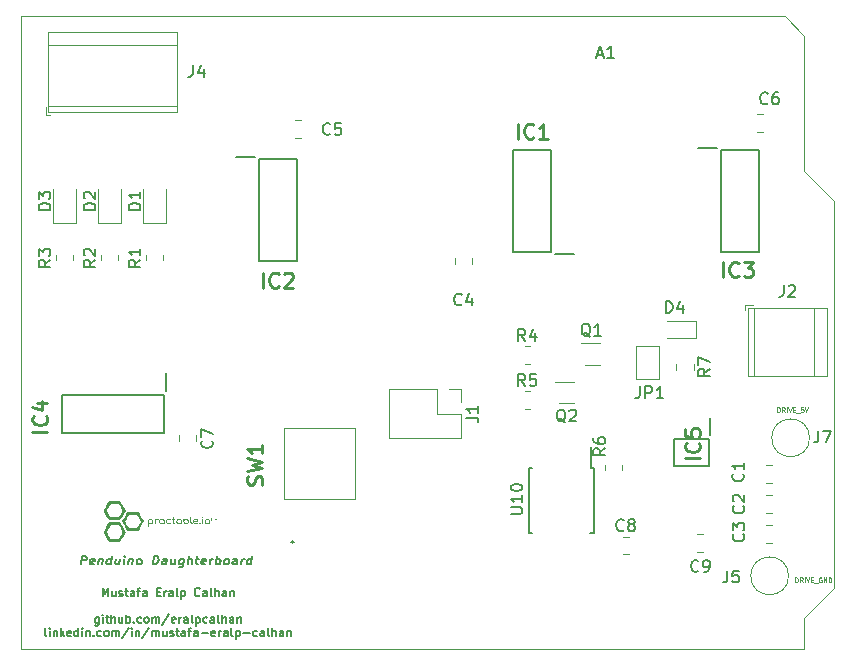
<source format=gbr>
%TF.GenerationSoftware,KiCad,Pcbnew,(6.0.5)*%
%TF.CreationDate,2022-06-24T11:28:33+01:00*%
%TF.ProjectId,Driver PCB,44726976-6572-4205-9043-422e6b696361,0*%
%TF.SameCoordinates,Original*%
%TF.FileFunction,Legend,Top*%
%TF.FilePolarity,Positive*%
%FSLAX46Y46*%
G04 Gerber Fmt 4.6, Leading zero omitted, Abs format (unit mm)*
G04 Created by KiCad (PCBNEW (6.0.5)) date 2022-06-24 11:28:33*
%MOMM*%
%LPD*%
G01*
G04 APERTURE LIST*
%ADD10C,0.150000*%
%ADD11C,0.100000*%
%ADD12C,0.254000*%
%ADD13C,0.120000*%
%ADD14C,0.200000*%
G04 APERTURE END LIST*
D10*
X96346681Y-101383266D02*
X96434181Y-100683266D01*
X96738943Y-100683266D01*
X96810967Y-100716600D01*
X96844895Y-100749933D01*
X96874657Y-100816600D01*
X96862157Y-100916600D01*
X96815729Y-100983266D01*
X96773467Y-101016600D01*
X96693110Y-101049933D01*
X96388348Y-101049933D01*
X97455610Y-101349933D02*
X97375252Y-101383266D01*
X97222872Y-101383266D01*
X97150848Y-101349933D01*
X97121086Y-101283266D01*
X97154419Y-101016600D01*
X97200848Y-100949933D01*
X97281205Y-100916600D01*
X97433586Y-100916600D01*
X97505610Y-100949933D01*
X97535372Y-101016600D01*
X97527038Y-101083266D01*
X97137752Y-101149933D01*
X97890729Y-100916600D02*
X97832395Y-101383266D01*
X97882395Y-100983266D02*
X97924657Y-100949933D01*
X98005014Y-100916600D01*
X98119300Y-100916600D01*
X98191324Y-100949933D01*
X98221086Y-101016600D01*
X98175252Y-101383266D01*
X98899062Y-101383266D02*
X98986562Y-100683266D01*
X98903229Y-101349933D02*
X98822872Y-101383266D01*
X98670491Y-101383266D01*
X98598467Y-101349933D01*
X98564538Y-101316600D01*
X98534776Y-101249933D01*
X98559776Y-101049933D01*
X98606205Y-100983266D01*
X98648467Y-100949933D01*
X98728824Y-100916600D01*
X98881205Y-100916600D01*
X98953229Y-100949933D01*
X99681205Y-100916600D02*
X99622872Y-101383266D01*
X99338348Y-100916600D02*
X99292514Y-101283266D01*
X99322276Y-101349933D01*
X99394300Y-101383266D01*
X99508586Y-101383266D01*
X99588943Y-101349933D01*
X99631205Y-101316600D01*
X100003824Y-101383266D02*
X100062157Y-100916600D01*
X100091324Y-100683266D02*
X100049062Y-100716600D01*
X100082991Y-100749933D01*
X100125252Y-100716600D01*
X100091324Y-100683266D01*
X100082991Y-100749933D01*
X100443110Y-100916600D02*
X100384776Y-101383266D01*
X100434776Y-100983266D02*
X100477038Y-100949933D01*
X100557395Y-100916600D01*
X100671681Y-100916600D01*
X100743705Y-100949933D01*
X100773467Y-101016600D01*
X100727633Y-101383266D01*
X101222872Y-101383266D02*
X101150848Y-101349933D01*
X101116919Y-101316600D01*
X101087157Y-101249933D01*
X101112157Y-101049933D01*
X101158586Y-100983266D01*
X101200848Y-100949933D01*
X101281205Y-100916600D01*
X101395491Y-100916600D01*
X101467514Y-100949933D01*
X101501443Y-100983266D01*
X101531205Y-101049933D01*
X101506205Y-101249933D01*
X101459776Y-101316600D01*
X101417514Y-101349933D01*
X101337157Y-101383266D01*
X101222872Y-101383266D01*
X102441919Y-101383266D02*
X102529419Y-100683266D01*
X102719895Y-100683266D01*
X102830014Y-100716600D01*
X102897872Y-100783266D01*
X102927633Y-100849933D01*
X102949062Y-100983266D01*
X102936562Y-101083266D01*
X102881800Y-101216600D01*
X102835372Y-101283266D01*
X102750848Y-101349933D01*
X102632395Y-101383266D01*
X102441919Y-101383266D01*
X103584776Y-101383266D02*
X103630610Y-101016600D01*
X103600848Y-100949933D01*
X103528824Y-100916600D01*
X103376443Y-100916600D01*
X103296086Y-100949933D01*
X103588943Y-101349933D02*
X103508586Y-101383266D01*
X103318110Y-101383266D01*
X103246086Y-101349933D01*
X103216324Y-101283266D01*
X103224657Y-101216600D01*
X103271086Y-101149933D01*
X103351443Y-101116600D01*
X103541919Y-101116600D01*
X103622276Y-101083266D01*
X104366919Y-100916600D02*
X104308586Y-101383266D01*
X104024062Y-100916600D02*
X103978229Y-101283266D01*
X104007991Y-101349933D01*
X104080014Y-101383266D01*
X104194300Y-101383266D01*
X104274657Y-101349933D01*
X104316919Y-101316600D01*
X105090729Y-100916600D02*
X105019895Y-101483266D01*
X104973467Y-101549933D01*
X104931205Y-101583266D01*
X104850848Y-101616600D01*
X104736562Y-101616600D01*
X104664538Y-101583266D01*
X105036562Y-101349933D02*
X104956205Y-101383266D01*
X104803824Y-101383266D01*
X104731800Y-101349933D01*
X104697872Y-101316600D01*
X104668110Y-101249933D01*
X104693110Y-101049933D01*
X104739538Y-100983266D01*
X104781800Y-100949933D01*
X104862157Y-100916600D01*
X105014538Y-100916600D01*
X105086562Y-100949933D01*
X105413348Y-101383266D02*
X105500848Y-100683266D01*
X105756205Y-101383266D02*
X105802038Y-101016600D01*
X105772276Y-100949933D01*
X105700252Y-100916600D01*
X105585967Y-100916600D01*
X105505610Y-100949933D01*
X105463348Y-100983266D01*
X106081205Y-100916600D02*
X106385967Y-100916600D01*
X106224657Y-100683266D02*
X106149657Y-101283266D01*
X106179419Y-101349933D01*
X106251443Y-101383266D01*
X106327633Y-101383266D01*
X106903229Y-101349933D02*
X106822872Y-101383266D01*
X106670491Y-101383266D01*
X106598467Y-101349933D01*
X106568705Y-101283266D01*
X106602038Y-101016600D01*
X106648467Y-100949933D01*
X106728824Y-100916600D01*
X106881205Y-100916600D01*
X106953229Y-100949933D01*
X106982991Y-101016600D01*
X106974657Y-101083266D01*
X106585372Y-101149933D01*
X107280014Y-101383266D02*
X107338348Y-100916600D01*
X107321681Y-101049933D02*
X107368110Y-100983266D01*
X107410372Y-100949933D01*
X107490729Y-100916600D01*
X107566919Y-100916600D01*
X107775252Y-101383266D02*
X107862752Y-100683266D01*
X107829419Y-100949933D02*
X107909776Y-100916600D01*
X108062157Y-100916600D01*
X108134181Y-100949933D01*
X108168110Y-100983266D01*
X108197872Y-101049933D01*
X108172872Y-101249933D01*
X108126443Y-101316600D01*
X108084181Y-101349933D01*
X108003824Y-101383266D01*
X107851443Y-101383266D01*
X107779419Y-101349933D01*
X108613348Y-101383266D02*
X108541324Y-101349933D01*
X108507395Y-101316600D01*
X108477633Y-101249933D01*
X108502633Y-101049933D01*
X108549062Y-100983266D01*
X108591324Y-100949933D01*
X108671681Y-100916600D01*
X108785967Y-100916600D01*
X108857991Y-100949933D01*
X108891919Y-100983266D01*
X108921681Y-101049933D01*
X108896681Y-101249933D01*
X108850252Y-101316600D01*
X108807991Y-101349933D01*
X108727633Y-101383266D01*
X108613348Y-101383266D01*
X109565729Y-101383266D02*
X109611562Y-101016600D01*
X109581800Y-100949933D01*
X109509776Y-100916600D01*
X109357395Y-100916600D01*
X109277038Y-100949933D01*
X109569895Y-101349933D02*
X109489538Y-101383266D01*
X109299062Y-101383266D01*
X109227038Y-101349933D01*
X109197276Y-101283266D01*
X109205610Y-101216600D01*
X109252038Y-101149933D01*
X109332395Y-101116600D01*
X109522872Y-101116600D01*
X109603229Y-101083266D01*
X109946681Y-101383266D02*
X110005014Y-100916600D01*
X109988348Y-101049933D02*
X110034776Y-100983266D01*
X110077038Y-100949933D01*
X110157395Y-100916600D01*
X110233586Y-100916600D01*
X110784776Y-101383266D02*
X110872276Y-100683266D01*
X110788943Y-101349933D02*
X110708586Y-101383266D01*
X110556205Y-101383266D01*
X110484181Y-101349933D01*
X110450252Y-101316600D01*
X110420491Y-101249933D01*
X110445491Y-101049933D01*
X110491919Y-100983266D01*
X110534181Y-100949933D01*
X110614538Y-100916600D01*
X110766919Y-100916600D01*
X110838943Y-100949933D01*
X98209000Y-104086966D02*
X98209000Y-103386966D01*
X98442333Y-103886966D01*
X98675666Y-103386966D01*
X98675666Y-104086966D01*
X99309000Y-103620300D02*
X99309000Y-104086966D01*
X99009000Y-103620300D02*
X99009000Y-103986966D01*
X99042333Y-104053633D01*
X99109000Y-104086966D01*
X99209000Y-104086966D01*
X99275666Y-104053633D01*
X99309000Y-104020300D01*
X99609000Y-104053633D02*
X99675666Y-104086966D01*
X99809000Y-104086966D01*
X99875666Y-104053633D01*
X99909000Y-103986966D01*
X99909000Y-103953633D01*
X99875666Y-103886966D01*
X99809000Y-103853633D01*
X99709000Y-103853633D01*
X99642333Y-103820300D01*
X99609000Y-103753633D01*
X99609000Y-103720300D01*
X99642333Y-103653633D01*
X99709000Y-103620300D01*
X99809000Y-103620300D01*
X99875666Y-103653633D01*
X100109000Y-103620300D02*
X100375666Y-103620300D01*
X100209000Y-103386966D02*
X100209000Y-103986966D01*
X100242333Y-104053633D01*
X100309000Y-104086966D01*
X100375666Y-104086966D01*
X100909000Y-104086966D02*
X100909000Y-103720300D01*
X100875666Y-103653633D01*
X100809000Y-103620300D01*
X100675666Y-103620300D01*
X100609000Y-103653633D01*
X100909000Y-104053633D02*
X100842333Y-104086966D01*
X100675666Y-104086966D01*
X100609000Y-104053633D01*
X100575666Y-103986966D01*
X100575666Y-103920300D01*
X100609000Y-103853633D01*
X100675666Y-103820300D01*
X100842333Y-103820300D01*
X100909000Y-103786966D01*
X101142333Y-103620300D02*
X101409000Y-103620300D01*
X101242333Y-104086966D02*
X101242333Y-103486966D01*
X101275666Y-103420300D01*
X101342333Y-103386966D01*
X101409000Y-103386966D01*
X101942333Y-104086966D02*
X101942333Y-103720300D01*
X101909000Y-103653633D01*
X101842333Y-103620300D01*
X101709000Y-103620300D01*
X101642333Y-103653633D01*
X101942333Y-104053633D02*
X101875666Y-104086966D01*
X101709000Y-104086966D01*
X101642333Y-104053633D01*
X101609000Y-103986966D01*
X101609000Y-103920300D01*
X101642333Y-103853633D01*
X101709000Y-103820300D01*
X101875666Y-103820300D01*
X101942333Y-103786966D01*
X102809000Y-103720300D02*
X103042333Y-103720300D01*
X103142333Y-104086966D02*
X102809000Y-104086966D01*
X102809000Y-103386966D01*
X103142333Y-103386966D01*
X103442333Y-104086966D02*
X103442333Y-103620300D01*
X103442333Y-103753633D02*
X103475666Y-103686966D01*
X103509000Y-103653633D01*
X103575666Y-103620300D01*
X103642333Y-103620300D01*
X104175666Y-104086966D02*
X104175666Y-103720300D01*
X104142333Y-103653633D01*
X104075666Y-103620300D01*
X103942333Y-103620300D01*
X103875666Y-103653633D01*
X104175666Y-104053633D02*
X104109000Y-104086966D01*
X103942333Y-104086966D01*
X103875666Y-104053633D01*
X103842333Y-103986966D01*
X103842333Y-103920300D01*
X103875666Y-103853633D01*
X103942333Y-103820300D01*
X104109000Y-103820300D01*
X104175666Y-103786966D01*
X104609000Y-104086966D02*
X104542333Y-104053633D01*
X104509000Y-103986966D01*
X104509000Y-103386966D01*
X104875666Y-103620300D02*
X104875666Y-104320300D01*
X104875666Y-103653633D02*
X104942333Y-103620300D01*
X105075666Y-103620300D01*
X105142333Y-103653633D01*
X105175666Y-103686966D01*
X105209000Y-103753633D01*
X105209000Y-103953633D01*
X105175666Y-104020300D01*
X105142333Y-104053633D01*
X105075666Y-104086966D01*
X104942333Y-104086966D01*
X104875666Y-104053633D01*
X106442333Y-104020300D02*
X106409000Y-104053633D01*
X106309000Y-104086966D01*
X106242333Y-104086966D01*
X106142333Y-104053633D01*
X106075666Y-103986966D01*
X106042333Y-103920300D01*
X106009000Y-103786966D01*
X106009000Y-103686966D01*
X106042333Y-103553633D01*
X106075666Y-103486966D01*
X106142333Y-103420300D01*
X106242333Y-103386966D01*
X106309000Y-103386966D01*
X106409000Y-103420300D01*
X106442333Y-103453633D01*
X107042333Y-104086966D02*
X107042333Y-103720300D01*
X107009000Y-103653633D01*
X106942333Y-103620300D01*
X106809000Y-103620300D01*
X106742333Y-103653633D01*
X107042333Y-104053633D02*
X106975666Y-104086966D01*
X106809000Y-104086966D01*
X106742333Y-104053633D01*
X106709000Y-103986966D01*
X106709000Y-103920300D01*
X106742333Y-103853633D01*
X106809000Y-103820300D01*
X106975666Y-103820300D01*
X107042333Y-103786966D01*
X107475666Y-104086966D02*
X107409000Y-104053633D01*
X107375666Y-103986966D01*
X107375666Y-103386966D01*
X107742333Y-104086966D02*
X107742333Y-103386966D01*
X108042333Y-104086966D02*
X108042333Y-103720300D01*
X108009000Y-103653633D01*
X107942333Y-103620300D01*
X107842333Y-103620300D01*
X107775666Y-103653633D01*
X107742333Y-103686966D01*
X108675666Y-104086966D02*
X108675666Y-103720300D01*
X108642333Y-103653633D01*
X108575666Y-103620300D01*
X108442333Y-103620300D01*
X108375666Y-103653633D01*
X108675666Y-104053633D02*
X108609000Y-104086966D01*
X108442333Y-104086966D01*
X108375666Y-104053633D01*
X108342333Y-103986966D01*
X108342333Y-103920300D01*
X108375666Y-103853633D01*
X108442333Y-103820300D01*
X108609000Y-103820300D01*
X108675666Y-103786966D01*
X109009000Y-103620300D02*
X109009000Y-104086966D01*
X109009000Y-103686966D02*
X109042333Y-103653633D01*
X109109000Y-103620300D01*
X109209000Y-103620300D01*
X109275666Y-103653633D01*
X109309000Y-103720300D01*
X109309000Y-104086966D01*
X97892333Y-105874300D02*
X97892333Y-106440966D01*
X97859000Y-106507633D01*
X97825666Y-106540966D01*
X97759000Y-106574300D01*
X97659000Y-106574300D01*
X97592333Y-106540966D01*
X97892333Y-106307633D02*
X97825666Y-106340966D01*
X97692333Y-106340966D01*
X97625666Y-106307633D01*
X97592333Y-106274300D01*
X97559000Y-106207633D01*
X97559000Y-106007633D01*
X97592333Y-105940966D01*
X97625666Y-105907633D01*
X97692333Y-105874300D01*
X97825666Y-105874300D01*
X97892333Y-105907633D01*
X98225666Y-106340966D02*
X98225666Y-105874300D01*
X98225666Y-105640966D02*
X98192333Y-105674300D01*
X98225666Y-105707633D01*
X98259000Y-105674300D01*
X98225666Y-105640966D01*
X98225666Y-105707633D01*
X98459000Y-105874300D02*
X98725666Y-105874300D01*
X98559000Y-105640966D02*
X98559000Y-106240966D01*
X98592333Y-106307633D01*
X98659000Y-106340966D01*
X98725666Y-106340966D01*
X98959000Y-106340966D02*
X98959000Y-105640966D01*
X99259000Y-106340966D02*
X99259000Y-105974300D01*
X99225666Y-105907633D01*
X99159000Y-105874300D01*
X99059000Y-105874300D01*
X98992333Y-105907633D01*
X98959000Y-105940966D01*
X99892333Y-105874300D02*
X99892333Y-106340966D01*
X99592333Y-105874300D02*
X99592333Y-106240966D01*
X99625666Y-106307633D01*
X99692333Y-106340966D01*
X99792333Y-106340966D01*
X99859000Y-106307633D01*
X99892333Y-106274300D01*
X100225666Y-106340966D02*
X100225666Y-105640966D01*
X100225666Y-105907633D02*
X100292333Y-105874300D01*
X100425666Y-105874300D01*
X100492333Y-105907633D01*
X100525666Y-105940966D01*
X100559000Y-106007633D01*
X100559000Y-106207633D01*
X100525666Y-106274300D01*
X100492333Y-106307633D01*
X100425666Y-106340966D01*
X100292333Y-106340966D01*
X100225666Y-106307633D01*
X100859000Y-106274300D02*
X100892333Y-106307633D01*
X100859000Y-106340966D01*
X100825666Y-106307633D01*
X100859000Y-106274300D01*
X100859000Y-106340966D01*
X101492333Y-106307633D02*
X101425666Y-106340966D01*
X101292333Y-106340966D01*
X101225666Y-106307633D01*
X101192333Y-106274300D01*
X101159000Y-106207633D01*
X101159000Y-106007633D01*
X101192333Y-105940966D01*
X101225666Y-105907633D01*
X101292333Y-105874300D01*
X101425666Y-105874300D01*
X101492333Y-105907633D01*
X101892333Y-106340966D02*
X101825666Y-106307633D01*
X101792333Y-106274300D01*
X101759000Y-106207633D01*
X101759000Y-106007633D01*
X101792333Y-105940966D01*
X101825666Y-105907633D01*
X101892333Y-105874300D01*
X101992333Y-105874300D01*
X102059000Y-105907633D01*
X102092333Y-105940966D01*
X102125666Y-106007633D01*
X102125666Y-106207633D01*
X102092333Y-106274300D01*
X102059000Y-106307633D01*
X101992333Y-106340966D01*
X101892333Y-106340966D01*
X102425666Y-106340966D02*
X102425666Y-105874300D01*
X102425666Y-105940966D02*
X102459000Y-105907633D01*
X102525666Y-105874300D01*
X102625666Y-105874300D01*
X102692333Y-105907633D01*
X102725666Y-105974300D01*
X102725666Y-106340966D01*
X102725666Y-105974300D02*
X102759000Y-105907633D01*
X102825666Y-105874300D01*
X102925666Y-105874300D01*
X102992333Y-105907633D01*
X103025666Y-105974300D01*
X103025666Y-106340966D01*
X103859000Y-105607633D02*
X103259000Y-106507633D01*
X104359000Y-106307633D02*
X104292333Y-106340966D01*
X104159000Y-106340966D01*
X104092333Y-106307633D01*
X104059000Y-106240966D01*
X104059000Y-105974300D01*
X104092333Y-105907633D01*
X104159000Y-105874300D01*
X104292333Y-105874300D01*
X104359000Y-105907633D01*
X104392333Y-105974300D01*
X104392333Y-106040966D01*
X104059000Y-106107633D01*
X104692333Y-106340966D02*
X104692333Y-105874300D01*
X104692333Y-106007633D02*
X104725666Y-105940966D01*
X104759000Y-105907633D01*
X104825666Y-105874300D01*
X104892333Y-105874300D01*
X105425666Y-106340966D02*
X105425666Y-105974300D01*
X105392333Y-105907633D01*
X105325666Y-105874300D01*
X105192333Y-105874300D01*
X105125666Y-105907633D01*
X105425666Y-106307633D02*
X105359000Y-106340966D01*
X105192333Y-106340966D01*
X105125666Y-106307633D01*
X105092333Y-106240966D01*
X105092333Y-106174300D01*
X105125666Y-106107633D01*
X105192333Y-106074300D01*
X105359000Y-106074300D01*
X105425666Y-106040966D01*
X105859000Y-106340966D02*
X105792333Y-106307633D01*
X105759000Y-106240966D01*
X105759000Y-105640966D01*
X106125666Y-105874300D02*
X106125666Y-106574300D01*
X106125666Y-105907633D02*
X106192333Y-105874300D01*
X106325666Y-105874300D01*
X106392333Y-105907633D01*
X106425666Y-105940966D01*
X106459000Y-106007633D01*
X106459000Y-106207633D01*
X106425666Y-106274300D01*
X106392333Y-106307633D01*
X106325666Y-106340966D01*
X106192333Y-106340966D01*
X106125666Y-106307633D01*
X107059000Y-106307633D02*
X106992333Y-106340966D01*
X106859000Y-106340966D01*
X106792333Y-106307633D01*
X106759000Y-106274300D01*
X106725666Y-106207633D01*
X106725666Y-106007633D01*
X106759000Y-105940966D01*
X106792333Y-105907633D01*
X106859000Y-105874300D01*
X106992333Y-105874300D01*
X107059000Y-105907633D01*
X107659000Y-106340966D02*
X107659000Y-105974300D01*
X107625666Y-105907633D01*
X107559000Y-105874300D01*
X107425666Y-105874300D01*
X107359000Y-105907633D01*
X107659000Y-106307633D02*
X107592333Y-106340966D01*
X107425666Y-106340966D01*
X107359000Y-106307633D01*
X107325666Y-106240966D01*
X107325666Y-106174300D01*
X107359000Y-106107633D01*
X107425666Y-106074300D01*
X107592333Y-106074300D01*
X107659000Y-106040966D01*
X108092333Y-106340966D02*
X108025666Y-106307633D01*
X107992333Y-106240966D01*
X107992333Y-105640966D01*
X108359000Y-106340966D02*
X108359000Y-105640966D01*
X108659000Y-106340966D02*
X108659000Y-105974300D01*
X108625666Y-105907633D01*
X108559000Y-105874300D01*
X108459000Y-105874300D01*
X108392333Y-105907633D01*
X108359000Y-105940966D01*
X109292333Y-106340966D02*
X109292333Y-105974300D01*
X109259000Y-105907633D01*
X109192333Y-105874300D01*
X109059000Y-105874300D01*
X108992333Y-105907633D01*
X109292333Y-106307633D02*
X109225666Y-106340966D01*
X109059000Y-106340966D01*
X108992333Y-106307633D01*
X108959000Y-106240966D01*
X108959000Y-106174300D01*
X108992333Y-106107633D01*
X109059000Y-106074300D01*
X109225666Y-106074300D01*
X109292333Y-106040966D01*
X109625666Y-105874300D02*
X109625666Y-106340966D01*
X109625666Y-105940966D02*
X109659000Y-105907633D01*
X109725666Y-105874300D01*
X109825666Y-105874300D01*
X109892333Y-105907633D01*
X109925666Y-105974300D01*
X109925666Y-106340966D01*
X93459000Y-107467966D02*
X93392333Y-107434633D01*
X93359000Y-107367966D01*
X93359000Y-106767966D01*
X93725666Y-107467966D02*
X93725666Y-107001300D01*
X93725666Y-106767966D02*
X93692333Y-106801300D01*
X93725666Y-106834633D01*
X93759000Y-106801300D01*
X93725666Y-106767966D01*
X93725666Y-106834633D01*
X94059000Y-107001300D02*
X94059000Y-107467966D01*
X94059000Y-107067966D02*
X94092333Y-107034633D01*
X94159000Y-107001300D01*
X94259000Y-107001300D01*
X94325666Y-107034633D01*
X94359000Y-107101300D01*
X94359000Y-107467966D01*
X94692333Y-107467966D02*
X94692333Y-106767966D01*
X94759000Y-107201300D02*
X94959000Y-107467966D01*
X94959000Y-107001300D02*
X94692333Y-107267966D01*
X95525666Y-107434633D02*
X95459000Y-107467966D01*
X95325666Y-107467966D01*
X95259000Y-107434633D01*
X95225666Y-107367966D01*
X95225666Y-107101300D01*
X95259000Y-107034633D01*
X95325666Y-107001300D01*
X95459000Y-107001300D01*
X95525666Y-107034633D01*
X95559000Y-107101300D01*
X95559000Y-107167966D01*
X95225666Y-107234633D01*
X96159000Y-107467966D02*
X96159000Y-106767966D01*
X96159000Y-107434633D02*
X96092333Y-107467966D01*
X95959000Y-107467966D01*
X95892333Y-107434633D01*
X95859000Y-107401300D01*
X95825666Y-107334633D01*
X95825666Y-107134633D01*
X95859000Y-107067966D01*
X95892333Y-107034633D01*
X95959000Y-107001300D01*
X96092333Y-107001300D01*
X96159000Y-107034633D01*
X96492333Y-107467966D02*
X96492333Y-107001300D01*
X96492333Y-106767966D02*
X96459000Y-106801300D01*
X96492333Y-106834633D01*
X96525666Y-106801300D01*
X96492333Y-106767966D01*
X96492333Y-106834633D01*
X96825666Y-107001300D02*
X96825666Y-107467966D01*
X96825666Y-107067966D02*
X96859000Y-107034633D01*
X96925666Y-107001300D01*
X97025666Y-107001300D01*
X97092333Y-107034633D01*
X97125666Y-107101300D01*
X97125666Y-107467966D01*
X97459000Y-107401300D02*
X97492333Y-107434633D01*
X97459000Y-107467966D01*
X97425666Y-107434633D01*
X97459000Y-107401300D01*
X97459000Y-107467966D01*
X98092333Y-107434633D02*
X98025666Y-107467966D01*
X97892333Y-107467966D01*
X97825666Y-107434633D01*
X97792333Y-107401300D01*
X97759000Y-107334633D01*
X97759000Y-107134633D01*
X97792333Y-107067966D01*
X97825666Y-107034633D01*
X97892333Y-107001300D01*
X98025666Y-107001300D01*
X98092333Y-107034633D01*
X98492333Y-107467966D02*
X98425666Y-107434633D01*
X98392333Y-107401300D01*
X98359000Y-107334633D01*
X98359000Y-107134633D01*
X98392333Y-107067966D01*
X98425666Y-107034633D01*
X98492333Y-107001300D01*
X98592333Y-107001300D01*
X98659000Y-107034633D01*
X98692333Y-107067966D01*
X98725666Y-107134633D01*
X98725666Y-107334633D01*
X98692333Y-107401300D01*
X98659000Y-107434633D01*
X98592333Y-107467966D01*
X98492333Y-107467966D01*
X99025666Y-107467966D02*
X99025666Y-107001300D01*
X99025666Y-107067966D02*
X99059000Y-107034633D01*
X99125666Y-107001300D01*
X99225666Y-107001300D01*
X99292333Y-107034633D01*
X99325666Y-107101300D01*
X99325666Y-107467966D01*
X99325666Y-107101300D02*
X99359000Y-107034633D01*
X99425666Y-107001300D01*
X99525666Y-107001300D01*
X99592333Y-107034633D01*
X99625666Y-107101300D01*
X99625666Y-107467966D01*
X100459000Y-106734633D02*
X99859000Y-107634633D01*
X100692333Y-107467966D02*
X100692333Y-107001300D01*
X100692333Y-106767966D02*
X100659000Y-106801300D01*
X100692333Y-106834633D01*
X100725666Y-106801300D01*
X100692333Y-106767966D01*
X100692333Y-106834633D01*
X101025666Y-107001300D02*
X101025666Y-107467966D01*
X101025666Y-107067966D02*
X101059000Y-107034633D01*
X101125666Y-107001300D01*
X101225666Y-107001300D01*
X101292333Y-107034633D01*
X101325666Y-107101300D01*
X101325666Y-107467966D01*
X102159000Y-106734633D02*
X101559000Y-107634633D01*
X102392333Y-107467966D02*
X102392333Y-107001300D01*
X102392333Y-107067966D02*
X102425666Y-107034633D01*
X102492333Y-107001300D01*
X102592333Y-107001300D01*
X102659000Y-107034633D01*
X102692333Y-107101300D01*
X102692333Y-107467966D01*
X102692333Y-107101300D02*
X102725666Y-107034633D01*
X102792333Y-107001300D01*
X102892333Y-107001300D01*
X102959000Y-107034633D01*
X102992333Y-107101300D01*
X102992333Y-107467966D01*
X103625666Y-107001300D02*
X103625666Y-107467966D01*
X103325666Y-107001300D02*
X103325666Y-107367966D01*
X103359000Y-107434633D01*
X103425666Y-107467966D01*
X103525666Y-107467966D01*
X103592333Y-107434633D01*
X103625666Y-107401300D01*
X103925666Y-107434633D02*
X103992333Y-107467966D01*
X104125666Y-107467966D01*
X104192333Y-107434633D01*
X104225666Y-107367966D01*
X104225666Y-107334633D01*
X104192333Y-107267966D01*
X104125666Y-107234633D01*
X104025666Y-107234633D01*
X103959000Y-107201300D01*
X103925666Y-107134633D01*
X103925666Y-107101300D01*
X103959000Y-107034633D01*
X104025666Y-107001300D01*
X104125666Y-107001300D01*
X104192333Y-107034633D01*
X104425666Y-107001300D02*
X104692333Y-107001300D01*
X104525666Y-106767966D02*
X104525666Y-107367966D01*
X104559000Y-107434633D01*
X104625666Y-107467966D01*
X104692333Y-107467966D01*
X105225666Y-107467966D02*
X105225666Y-107101300D01*
X105192333Y-107034633D01*
X105125666Y-107001300D01*
X104992333Y-107001300D01*
X104925666Y-107034633D01*
X105225666Y-107434633D02*
X105159000Y-107467966D01*
X104992333Y-107467966D01*
X104925666Y-107434633D01*
X104892333Y-107367966D01*
X104892333Y-107301300D01*
X104925666Y-107234633D01*
X104992333Y-107201300D01*
X105159000Y-107201300D01*
X105225666Y-107167966D01*
X105459000Y-107001300D02*
X105725666Y-107001300D01*
X105559000Y-107467966D02*
X105559000Y-106867966D01*
X105592333Y-106801300D01*
X105659000Y-106767966D01*
X105725666Y-106767966D01*
X106259000Y-107467966D02*
X106259000Y-107101300D01*
X106225666Y-107034633D01*
X106159000Y-107001300D01*
X106025666Y-107001300D01*
X105959000Y-107034633D01*
X106259000Y-107434633D02*
X106192333Y-107467966D01*
X106025666Y-107467966D01*
X105959000Y-107434633D01*
X105925666Y-107367966D01*
X105925666Y-107301300D01*
X105959000Y-107234633D01*
X106025666Y-107201300D01*
X106192333Y-107201300D01*
X106259000Y-107167966D01*
X106592333Y-107201300D02*
X107125666Y-107201300D01*
X107725666Y-107434633D02*
X107659000Y-107467966D01*
X107525666Y-107467966D01*
X107459000Y-107434633D01*
X107425666Y-107367966D01*
X107425666Y-107101300D01*
X107459000Y-107034633D01*
X107525666Y-107001300D01*
X107659000Y-107001300D01*
X107725666Y-107034633D01*
X107759000Y-107101300D01*
X107759000Y-107167966D01*
X107425666Y-107234633D01*
X108059000Y-107467966D02*
X108059000Y-107001300D01*
X108059000Y-107134633D02*
X108092333Y-107067966D01*
X108125666Y-107034633D01*
X108192333Y-107001300D01*
X108259000Y-107001300D01*
X108792333Y-107467966D02*
X108792333Y-107101300D01*
X108759000Y-107034633D01*
X108692333Y-107001300D01*
X108559000Y-107001300D01*
X108492333Y-107034633D01*
X108792333Y-107434633D02*
X108725666Y-107467966D01*
X108559000Y-107467966D01*
X108492333Y-107434633D01*
X108459000Y-107367966D01*
X108459000Y-107301300D01*
X108492333Y-107234633D01*
X108559000Y-107201300D01*
X108725666Y-107201300D01*
X108792333Y-107167966D01*
X109225666Y-107467966D02*
X109159000Y-107434633D01*
X109125666Y-107367966D01*
X109125666Y-106767966D01*
X109492333Y-107001300D02*
X109492333Y-107701300D01*
X109492333Y-107034633D02*
X109559000Y-107001300D01*
X109692333Y-107001300D01*
X109759000Y-107034633D01*
X109792333Y-107067966D01*
X109825666Y-107134633D01*
X109825666Y-107334633D01*
X109792333Y-107401300D01*
X109759000Y-107434633D01*
X109692333Y-107467966D01*
X109559000Y-107467966D01*
X109492333Y-107434633D01*
X110125666Y-107201300D02*
X110659000Y-107201300D01*
X111292333Y-107434633D02*
X111225666Y-107467966D01*
X111092333Y-107467966D01*
X111025666Y-107434633D01*
X110992333Y-107401300D01*
X110959000Y-107334633D01*
X110959000Y-107134633D01*
X110992333Y-107067966D01*
X111025666Y-107034633D01*
X111092333Y-107001300D01*
X111225666Y-107001300D01*
X111292333Y-107034633D01*
X111892333Y-107467966D02*
X111892333Y-107101300D01*
X111859000Y-107034633D01*
X111792333Y-107001300D01*
X111659000Y-107001300D01*
X111592333Y-107034633D01*
X111892333Y-107434633D02*
X111825666Y-107467966D01*
X111659000Y-107467966D01*
X111592333Y-107434633D01*
X111559000Y-107367966D01*
X111559000Y-107301300D01*
X111592333Y-107234633D01*
X111659000Y-107201300D01*
X111825666Y-107201300D01*
X111892333Y-107167966D01*
X112325666Y-107467966D02*
X112259000Y-107434633D01*
X112225666Y-107367966D01*
X112225666Y-106767966D01*
X112592333Y-107467966D02*
X112592333Y-106767966D01*
X112892333Y-107467966D02*
X112892333Y-107101300D01*
X112859000Y-107034633D01*
X112792333Y-107001300D01*
X112692333Y-107001300D01*
X112625666Y-107034633D01*
X112592333Y-107067966D01*
X113525666Y-107467966D02*
X113525666Y-107101300D01*
X113492333Y-107034633D01*
X113425666Y-107001300D01*
X113292333Y-107001300D01*
X113225666Y-107034633D01*
X113525666Y-107434633D02*
X113459000Y-107467966D01*
X113292333Y-107467966D01*
X113225666Y-107434633D01*
X113192333Y-107367966D01*
X113192333Y-107301300D01*
X113225666Y-107234633D01*
X113292333Y-107201300D01*
X113459000Y-107201300D01*
X113525666Y-107167966D01*
X113859000Y-107001300D02*
X113859000Y-107467966D01*
X113859000Y-107067966D02*
X113892333Y-107034633D01*
X113959000Y-107001300D01*
X114059000Y-107001300D01*
X114125666Y-107034633D01*
X114159000Y-107101300D01*
X114159000Y-107467966D01*
D11*
X156854714Y-102898552D02*
X156854714Y-102498552D01*
X156949952Y-102498552D01*
X157007095Y-102517600D01*
X157045190Y-102555695D01*
X157064238Y-102593790D01*
X157083285Y-102669980D01*
X157083285Y-102727123D01*
X157064238Y-102803314D01*
X157045190Y-102841409D01*
X157007095Y-102879504D01*
X156949952Y-102898552D01*
X156854714Y-102898552D01*
X157483285Y-102898552D02*
X157349952Y-102708076D01*
X157254714Y-102898552D02*
X157254714Y-102498552D01*
X157407095Y-102498552D01*
X157445190Y-102517600D01*
X157464238Y-102536647D01*
X157483285Y-102574742D01*
X157483285Y-102631885D01*
X157464238Y-102669980D01*
X157445190Y-102689028D01*
X157407095Y-102708076D01*
X157254714Y-102708076D01*
X157654714Y-102898552D02*
X157654714Y-102498552D01*
X157788047Y-102498552D02*
X157921380Y-102898552D01*
X158054714Y-102498552D01*
X158188047Y-102689028D02*
X158321380Y-102689028D01*
X158378523Y-102898552D02*
X158188047Y-102898552D01*
X158188047Y-102498552D01*
X158378523Y-102498552D01*
X158454714Y-102936647D02*
X158759476Y-102936647D01*
X159064238Y-102517600D02*
X159026142Y-102498552D01*
X158969000Y-102498552D01*
X158911857Y-102517600D01*
X158873761Y-102555695D01*
X158854714Y-102593790D01*
X158835666Y-102669980D01*
X158835666Y-102727123D01*
X158854714Y-102803314D01*
X158873761Y-102841409D01*
X158911857Y-102879504D01*
X158969000Y-102898552D01*
X159007095Y-102898552D01*
X159064238Y-102879504D01*
X159083285Y-102860457D01*
X159083285Y-102727123D01*
X159007095Y-102727123D01*
X159254714Y-102898552D02*
X159254714Y-102498552D01*
X159483285Y-102898552D01*
X159483285Y-102498552D01*
X159673761Y-102898552D02*
X159673761Y-102498552D01*
X159769000Y-102498552D01*
X159826142Y-102517600D01*
X159864238Y-102555695D01*
X159883285Y-102593790D01*
X159902333Y-102669980D01*
X159902333Y-102727123D01*
X159883285Y-102803314D01*
X159864238Y-102841409D01*
X159826142Y-102879504D01*
X159769000Y-102898552D01*
X159673761Y-102898552D01*
X155349733Y-88496752D02*
X155349733Y-88096752D01*
X155444971Y-88096752D01*
X155502114Y-88115800D01*
X155540209Y-88153895D01*
X155559257Y-88191990D01*
X155578304Y-88268180D01*
X155578304Y-88325323D01*
X155559257Y-88401514D01*
X155540209Y-88439609D01*
X155502114Y-88477704D01*
X155444971Y-88496752D01*
X155349733Y-88496752D01*
X155978304Y-88496752D02*
X155844971Y-88306276D01*
X155749733Y-88496752D02*
X155749733Y-88096752D01*
X155902114Y-88096752D01*
X155940209Y-88115800D01*
X155959257Y-88134847D01*
X155978304Y-88172942D01*
X155978304Y-88230085D01*
X155959257Y-88268180D01*
X155940209Y-88287228D01*
X155902114Y-88306276D01*
X155749733Y-88306276D01*
X156149733Y-88496752D02*
X156149733Y-88096752D01*
X156283066Y-88096752D02*
X156416400Y-88496752D01*
X156549733Y-88096752D01*
X156683066Y-88287228D02*
X156816400Y-88287228D01*
X156873542Y-88496752D02*
X156683066Y-88496752D01*
X156683066Y-88096752D01*
X156873542Y-88096752D01*
X156949733Y-88534847D02*
X157254495Y-88534847D01*
X157540209Y-88096752D02*
X157349733Y-88096752D01*
X157330685Y-88287228D01*
X157349733Y-88268180D01*
X157387828Y-88249133D01*
X157483066Y-88249133D01*
X157521161Y-88268180D01*
X157540209Y-88287228D01*
X157559257Y-88325323D01*
X157559257Y-88420561D01*
X157540209Y-88458657D01*
X157521161Y-88477704D01*
X157483066Y-88496752D01*
X157387828Y-88496752D01*
X157349733Y-88477704D01*
X157330685Y-88458657D01*
X157673542Y-88096752D02*
X157806876Y-88496752D01*
X157940209Y-88096752D01*
D10*
%TO.C,A1*%
X140080714Y-58219666D02*
X140556904Y-58219666D01*
X139985476Y-58505380D02*
X140318809Y-57505380D01*
X140652142Y-58505380D01*
X141509285Y-58505380D02*
X140937857Y-58505380D01*
X141223571Y-58505380D02*
X141223571Y-57505380D01*
X141128333Y-57648238D01*
X141033095Y-57743476D01*
X140937857Y-57791095D01*
D12*
%TO.C,IC4*%
X93538523Y-90139761D02*
X92268523Y-90139761D01*
X93417571Y-88809285D02*
X93478047Y-88869761D01*
X93538523Y-89051190D01*
X93538523Y-89172142D01*
X93478047Y-89353571D01*
X93357095Y-89474523D01*
X93236142Y-89535000D01*
X92994238Y-89595476D01*
X92812809Y-89595476D01*
X92570904Y-89535000D01*
X92449952Y-89474523D01*
X92329000Y-89353571D01*
X92268523Y-89172142D01*
X92268523Y-89051190D01*
X92329000Y-88869761D01*
X92389476Y-88809285D01*
X92691857Y-87720714D02*
X93538523Y-87720714D01*
X92208047Y-88023095D02*
X93115190Y-88325476D01*
X93115190Y-87539285D01*
D10*
%TO.C,J2*%
X155876666Y-77735180D02*
X155876666Y-78449466D01*
X155829047Y-78592323D01*
X155733809Y-78687561D01*
X155590952Y-78735180D01*
X155495714Y-78735180D01*
X156305238Y-77830419D02*
X156352857Y-77782800D01*
X156448095Y-77735180D01*
X156686190Y-77735180D01*
X156781428Y-77782800D01*
X156829047Y-77830419D01*
X156876666Y-77925657D01*
X156876666Y-78020895D01*
X156829047Y-78163752D01*
X156257619Y-78735180D01*
X156876666Y-78735180D01*
%TO.C,R3*%
X93798380Y-75597666D02*
X93322190Y-75931000D01*
X93798380Y-76169095D02*
X92798380Y-76169095D01*
X92798380Y-75788142D01*
X92846000Y-75692904D01*
X92893619Y-75645285D01*
X92988857Y-75597666D01*
X93131714Y-75597666D01*
X93226952Y-75645285D01*
X93274571Y-75692904D01*
X93322190Y-75788142D01*
X93322190Y-76169095D01*
X92798380Y-75264333D02*
X92798380Y-74645285D01*
X93179333Y-74978619D01*
X93179333Y-74835761D01*
X93226952Y-74740523D01*
X93274571Y-74692904D01*
X93369809Y-74645285D01*
X93607904Y-74645285D01*
X93703142Y-74692904D01*
X93750761Y-74740523D01*
X93798380Y-74835761D01*
X93798380Y-75121476D01*
X93750761Y-75216714D01*
X93703142Y-75264333D01*
%TO.C,Q2*%
X137394961Y-89371419D02*
X137299723Y-89323800D01*
X137204485Y-89228561D01*
X137061628Y-89085704D01*
X136966390Y-89038085D01*
X136871152Y-89038085D01*
X136918771Y-89276180D02*
X136823533Y-89228561D01*
X136728295Y-89133323D01*
X136680676Y-88942847D01*
X136680676Y-88609514D01*
X136728295Y-88419038D01*
X136823533Y-88323800D01*
X136918771Y-88276180D01*
X137109247Y-88276180D01*
X137204485Y-88323800D01*
X137299723Y-88419038D01*
X137347342Y-88609514D01*
X137347342Y-88942847D01*
X137299723Y-89133323D01*
X137204485Y-89228561D01*
X137109247Y-89276180D01*
X136918771Y-89276180D01*
X137728295Y-88371419D02*
X137775914Y-88323800D01*
X137871152Y-88276180D01*
X138109247Y-88276180D01*
X138204485Y-88323800D01*
X138252104Y-88371419D01*
X138299723Y-88466657D01*
X138299723Y-88561895D01*
X138252104Y-88704752D01*
X137680676Y-89276180D01*
X138299723Y-89276180D01*
%TO.C,J4*%
X105864066Y-59116980D02*
X105864066Y-59831266D01*
X105816447Y-59974123D01*
X105721209Y-60069361D01*
X105578352Y-60116980D01*
X105483114Y-60116980D01*
X106768828Y-59450314D02*
X106768828Y-60116980D01*
X106530733Y-59069361D02*
X106292638Y-59783647D01*
X106911685Y-59783647D01*
D12*
%TO.C,IC3*%
X150728438Y-77053923D02*
X150728438Y-75783923D01*
X152058914Y-76932971D02*
X151998438Y-76993447D01*
X151817009Y-77053923D01*
X151696057Y-77053923D01*
X151514628Y-76993447D01*
X151393676Y-76872495D01*
X151333200Y-76751542D01*
X151272723Y-76509638D01*
X151272723Y-76328209D01*
X151333200Y-76086304D01*
X151393676Y-75965352D01*
X151514628Y-75844400D01*
X151696057Y-75783923D01*
X151817009Y-75783923D01*
X151998438Y-75844400D01*
X152058914Y-75904876D01*
X152482247Y-75783923D02*
X153268438Y-75783923D01*
X152845104Y-76267733D01*
X153026533Y-76267733D01*
X153147485Y-76328209D01*
X153207961Y-76388685D01*
X153268438Y-76509638D01*
X153268438Y-76812019D01*
X153207961Y-76932971D01*
X153147485Y-76993447D01*
X153026533Y-77053923D01*
X152663676Y-77053923D01*
X152542723Y-76993447D01*
X152482247Y-76932971D01*
%TO.C,IC2*%
X111790238Y-77968323D02*
X111790238Y-76698323D01*
X113120714Y-77847371D02*
X113060238Y-77907847D01*
X112878809Y-77968323D01*
X112757857Y-77968323D01*
X112576428Y-77907847D01*
X112455476Y-77786895D01*
X112395000Y-77665942D01*
X112334523Y-77424038D01*
X112334523Y-77242609D01*
X112395000Y-77000704D01*
X112455476Y-76879752D01*
X112576428Y-76758800D01*
X112757857Y-76698323D01*
X112878809Y-76698323D01*
X113060238Y-76758800D01*
X113120714Y-76819276D01*
X113604523Y-76819276D02*
X113665000Y-76758800D01*
X113785952Y-76698323D01*
X114088333Y-76698323D01*
X114209285Y-76758800D01*
X114269761Y-76819276D01*
X114330238Y-76940228D01*
X114330238Y-77061180D01*
X114269761Y-77242609D01*
X113544047Y-77968323D01*
X114330238Y-77968323D01*
D10*
%TO.C,C8*%
X142327333Y-98477642D02*
X142279714Y-98525261D01*
X142136857Y-98572880D01*
X142041619Y-98572880D01*
X141898761Y-98525261D01*
X141803523Y-98430023D01*
X141755904Y-98334785D01*
X141708285Y-98144309D01*
X141708285Y-98001452D01*
X141755904Y-97810976D01*
X141803523Y-97715738D01*
X141898761Y-97620500D01*
X142041619Y-97572880D01*
X142136857Y-97572880D01*
X142279714Y-97620500D01*
X142327333Y-97668119D01*
X142898761Y-98001452D02*
X142803523Y-97953833D01*
X142755904Y-97906214D01*
X142708285Y-97810976D01*
X142708285Y-97763357D01*
X142755904Y-97668119D01*
X142803523Y-97620500D01*
X142898761Y-97572880D01*
X143089238Y-97572880D01*
X143184476Y-97620500D01*
X143232095Y-97668119D01*
X143279714Y-97763357D01*
X143279714Y-97810976D01*
X143232095Y-97906214D01*
X143184476Y-97953833D01*
X143089238Y-98001452D01*
X142898761Y-98001452D01*
X142803523Y-98049071D01*
X142755904Y-98096690D01*
X142708285Y-98191928D01*
X142708285Y-98382404D01*
X142755904Y-98477642D01*
X142803523Y-98525261D01*
X142898761Y-98572880D01*
X143089238Y-98572880D01*
X143184476Y-98525261D01*
X143232095Y-98477642D01*
X143279714Y-98382404D01*
X143279714Y-98191928D01*
X143232095Y-98096690D01*
X143184476Y-98049071D01*
X143089238Y-98001452D01*
%TO.C,Q1*%
X139503161Y-82107019D02*
X139407923Y-82059400D01*
X139312685Y-81964161D01*
X139169828Y-81821304D01*
X139074590Y-81773685D01*
X138979352Y-81773685D01*
X139026971Y-82011780D02*
X138931733Y-81964161D01*
X138836495Y-81868923D01*
X138788876Y-81678447D01*
X138788876Y-81345114D01*
X138836495Y-81154638D01*
X138931733Y-81059400D01*
X139026971Y-81011780D01*
X139217447Y-81011780D01*
X139312685Y-81059400D01*
X139407923Y-81154638D01*
X139455542Y-81345114D01*
X139455542Y-81678447D01*
X139407923Y-81868923D01*
X139312685Y-81964161D01*
X139217447Y-82011780D01*
X139026971Y-82011780D01*
X140407923Y-82011780D02*
X139836495Y-82011780D01*
X140122209Y-82011780D02*
X140122209Y-81011780D01*
X140026971Y-81154638D01*
X139931733Y-81249876D01*
X139836495Y-81297495D01*
%TO.C,R2*%
X97608380Y-75597666D02*
X97132190Y-75931000D01*
X97608380Y-76169095D02*
X96608380Y-76169095D01*
X96608380Y-75788142D01*
X96656000Y-75692904D01*
X96703619Y-75645285D01*
X96798857Y-75597666D01*
X96941714Y-75597666D01*
X97036952Y-75645285D01*
X97084571Y-75692904D01*
X97132190Y-75788142D01*
X97132190Y-76169095D01*
X96703619Y-75216714D02*
X96656000Y-75169095D01*
X96608380Y-75073857D01*
X96608380Y-74835761D01*
X96656000Y-74740523D01*
X96703619Y-74692904D01*
X96798857Y-74645285D01*
X96894095Y-74645285D01*
X97036952Y-74692904D01*
X97608380Y-75264333D01*
X97608380Y-74645285D01*
%TO.C,C3*%
X152460142Y-98820266D02*
X152507761Y-98867885D01*
X152555380Y-99010742D01*
X152555380Y-99105980D01*
X152507761Y-99248838D01*
X152412523Y-99344076D01*
X152317285Y-99391695D01*
X152126809Y-99439314D01*
X151983952Y-99439314D01*
X151793476Y-99391695D01*
X151698238Y-99344076D01*
X151603000Y-99248838D01*
X151555380Y-99105980D01*
X151555380Y-99010742D01*
X151603000Y-98867885D01*
X151650619Y-98820266D01*
X151555380Y-98486933D02*
X151555380Y-97867885D01*
X151936333Y-98201219D01*
X151936333Y-98058361D01*
X151983952Y-97963123D01*
X152031571Y-97915504D01*
X152126809Y-97867885D01*
X152364904Y-97867885D01*
X152460142Y-97915504D01*
X152507761Y-97963123D01*
X152555380Y-98058361D01*
X152555380Y-98344076D01*
X152507761Y-98439314D01*
X152460142Y-98486933D01*
%TO.C,JP1*%
X143692666Y-86320380D02*
X143692666Y-87034666D01*
X143645047Y-87177523D01*
X143549809Y-87272761D01*
X143406952Y-87320380D01*
X143311714Y-87320380D01*
X144168857Y-87320380D02*
X144168857Y-86320380D01*
X144549809Y-86320380D01*
X144645047Y-86368000D01*
X144692666Y-86415619D01*
X144740285Y-86510857D01*
X144740285Y-86653714D01*
X144692666Y-86748952D01*
X144645047Y-86796571D01*
X144549809Y-86844190D01*
X144168857Y-86844190D01*
X145692666Y-87320380D02*
X145121238Y-87320380D01*
X145406952Y-87320380D02*
X145406952Y-86320380D01*
X145311714Y-86463238D01*
X145216476Y-86558476D01*
X145121238Y-86606095D01*
%TO.C,R7*%
X149623119Y-84835427D02*
X149146929Y-85168761D01*
X149623119Y-85406856D02*
X148623119Y-85406856D01*
X148623119Y-85025903D01*
X148670739Y-84930665D01*
X148718358Y-84883046D01*
X148813596Y-84835427D01*
X148956453Y-84835427D01*
X149051691Y-84883046D01*
X149099310Y-84930665D01*
X149146929Y-85025903D01*
X149146929Y-85406856D01*
X148623119Y-84502094D02*
X148623119Y-83835427D01*
X149623119Y-84263999D01*
%TO.C,C9*%
X148651933Y-101931742D02*
X148604314Y-101979361D01*
X148461457Y-102026980D01*
X148366219Y-102026980D01*
X148223361Y-101979361D01*
X148128123Y-101884123D01*
X148080504Y-101788885D01*
X148032885Y-101598409D01*
X148032885Y-101455552D01*
X148080504Y-101265076D01*
X148128123Y-101169838D01*
X148223361Y-101074600D01*
X148366219Y-101026980D01*
X148461457Y-101026980D01*
X148604314Y-101074600D01*
X148651933Y-101122219D01*
X149128123Y-102026980D02*
X149318600Y-102026980D01*
X149413838Y-101979361D01*
X149461457Y-101931742D01*
X149556695Y-101788885D01*
X149604314Y-101598409D01*
X149604314Y-101217457D01*
X149556695Y-101122219D01*
X149509076Y-101074600D01*
X149413838Y-101026980D01*
X149223361Y-101026980D01*
X149128123Y-101074600D01*
X149080504Y-101122219D01*
X149032885Y-101217457D01*
X149032885Y-101455552D01*
X149080504Y-101550790D01*
X149128123Y-101598409D01*
X149223361Y-101646028D01*
X149413838Y-101646028D01*
X149509076Y-101598409D01*
X149556695Y-101550790D01*
X149604314Y-101455552D01*
%TO.C,J1*%
X129020380Y-88963333D02*
X129734666Y-88963333D01*
X129877523Y-89010952D01*
X129972761Y-89106190D01*
X130020380Y-89249047D01*
X130020380Y-89344285D01*
X130020380Y-87963333D02*
X130020380Y-88534761D01*
X130020380Y-88249047D02*
X129020380Y-88249047D01*
X129163238Y-88344285D01*
X129258476Y-88439523D01*
X129306095Y-88534761D01*
%TO.C,D1*%
X101418380Y-71359095D02*
X100418380Y-71359095D01*
X100418380Y-71121000D01*
X100466000Y-70978142D01*
X100561238Y-70882904D01*
X100656476Y-70835285D01*
X100846952Y-70787666D01*
X100989809Y-70787666D01*
X101180285Y-70835285D01*
X101275523Y-70882904D01*
X101370761Y-70978142D01*
X101418380Y-71121000D01*
X101418380Y-71359095D01*
X101418380Y-69835285D02*
X101418380Y-70406714D01*
X101418380Y-70121000D02*
X100418380Y-70121000D01*
X100561238Y-70216238D01*
X100656476Y-70311476D01*
X100704095Y-70406714D01*
%TO.C,C2*%
X152460142Y-96432666D02*
X152507761Y-96480285D01*
X152555380Y-96623142D01*
X152555380Y-96718380D01*
X152507761Y-96861238D01*
X152412523Y-96956476D01*
X152317285Y-97004095D01*
X152126809Y-97051714D01*
X151983952Y-97051714D01*
X151793476Y-97004095D01*
X151698238Y-96956476D01*
X151603000Y-96861238D01*
X151555380Y-96718380D01*
X151555380Y-96623142D01*
X151603000Y-96480285D01*
X151650619Y-96432666D01*
X151650619Y-96051714D02*
X151603000Y-96004095D01*
X151555380Y-95908857D01*
X151555380Y-95670761D01*
X151603000Y-95575523D01*
X151650619Y-95527904D01*
X151745857Y-95480285D01*
X151841095Y-95480285D01*
X151983952Y-95527904D01*
X152555380Y-96099333D01*
X152555380Y-95480285D01*
%TO.C,D3*%
X93798380Y-71359095D02*
X92798380Y-71359095D01*
X92798380Y-71121000D01*
X92846000Y-70978142D01*
X92941238Y-70882904D01*
X93036476Y-70835285D01*
X93226952Y-70787666D01*
X93369809Y-70787666D01*
X93560285Y-70835285D01*
X93655523Y-70882904D01*
X93750761Y-70978142D01*
X93798380Y-71121000D01*
X93798380Y-71359095D01*
X92798380Y-70454333D02*
X92798380Y-69835285D01*
X93179333Y-70168619D01*
X93179333Y-70025761D01*
X93226952Y-69930523D01*
X93274571Y-69882904D01*
X93369809Y-69835285D01*
X93607904Y-69835285D01*
X93703142Y-69882904D01*
X93750761Y-69930523D01*
X93798380Y-70025761D01*
X93798380Y-70311476D01*
X93750761Y-70406714D01*
X93703142Y-70454333D01*
%TO.C,D4*%
X145896104Y-80106780D02*
X145896104Y-79106780D01*
X146134200Y-79106780D01*
X146277057Y-79154400D01*
X146372295Y-79249638D01*
X146419914Y-79344876D01*
X146467533Y-79535352D01*
X146467533Y-79678209D01*
X146419914Y-79868685D01*
X146372295Y-79963923D01*
X146277057Y-80059161D01*
X146134200Y-80106780D01*
X145896104Y-80106780D01*
X147324676Y-79440114D02*
X147324676Y-80106780D01*
X147086580Y-79059161D02*
X146848485Y-79773447D01*
X147467533Y-79773447D01*
%TO.C,R6*%
X140759519Y-91557027D02*
X140283329Y-91890361D01*
X140759519Y-92128456D02*
X139759519Y-92128456D01*
X139759519Y-91747503D01*
X139807139Y-91652265D01*
X139854758Y-91604646D01*
X139949996Y-91557027D01*
X140092853Y-91557027D01*
X140188091Y-91604646D01*
X140235710Y-91652265D01*
X140283329Y-91747503D01*
X140283329Y-92128456D01*
X139759519Y-90699884D02*
X139759519Y-90890361D01*
X139807139Y-90985599D01*
X139854758Y-91033218D01*
X139997615Y-91128456D01*
X140188091Y-91176075D01*
X140569043Y-91176075D01*
X140664281Y-91128456D01*
X140711900Y-91080837D01*
X140759519Y-90985599D01*
X140759519Y-90795122D01*
X140711900Y-90699884D01*
X140664281Y-90652265D01*
X140569043Y-90604646D01*
X140330948Y-90604646D01*
X140235710Y-90652265D01*
X140188091Y-90699884D01*
X140140472Y-90795122D01*
X140140472Y-90985599D01*
X140188091Y-91080837D01*
X140235710Y-91128456D01*
X140330948Y-91176075D01*
%TO.C,D2*%
X97608380Y-71359095D02*
X96608380Y-71359095D01*
X96608380Y-71121000D01*
X96656000Y-70978142D01*
X96751238Y-70882904D01*
X96846476Y-70835285D01*
X97036952Y-70787666D01*
X97179809Y-70787666D01*
X97370285Y-70835285D01*
X97465523Y-70882904D01*
X97560761Y-70978142D01*
X97608380Y-71121000D01*
X97608380Y-71359095D01*
X96703619Y-70406714D02*
X96656000Y-70359095D01*
X96608380Y-70263857D01*
X96608380Y-70025761D01*
X96656000Y-69930523D01*
X96703619Y-69882904D01*
X96798857Y-69835285D01*
X96894095Y-69835285D01*
X97036952Y-69882904D01*
X97608380Y-70454333D01*
X97608380Y-69835285D01*
%TO.C,C5*%
X117486133Y-64923942D02*
X117438514Y-64971561D01*
X117295657Y-65019180D01*
X117200419Y-65019180D01*
X117057561Y-64971561D01*
X116962323Y-64876323D01*
X116914704Y-64781085D01*
X116867085Y-64590609D01*
X116867085Y-64447752D01*
X116914704Y-64257276D01*
X116962323Y-64162038D01*
X117057561Y-64066800D01*
X117200419Y-64019180D01*
X117295657Y-64019180D01*
X117438514Y-64066800D01*
X117486133Y-64114419D01*
X118390895Y-64019180D02*
X117914704Y-64019180D01*
X117867085Y-64495371D01*
X117914704Y-64447752D01*
X118009942Y-64400133D01*
X118248038Y-64400133D01*
X118343276Y-64447752D01*
X118390895Y-64495371D01*
X118438514Y-64590609D01*
X118438514Y-64828704D01*
X118390895Y-64923942D01*
X118343276Y-64971561D01*
X118248038Y-65019180D01*
X118009942Y-65019180D01*
X117914704Y-64971561D01*
X117867085Y-64923942D01*
%TO.C,U10*%
X132751580Y-97126995D02*
X133561104Y-97126995D01*
X133656342Y-97079376D01*
X133703961Y-97031757D01*
X133751580Y-96936519D01*
X133751580Y-96746042D01*
X133703961Y-96650804D01*
X133656342Y-96603185D01*
X133561104Y-96555566D01*
X132751580Y-96555566D01*
X133751580Y-95555566D02*
X133751580Y-96126995D01*
X133751580Y-95841280D02*
X132751580Y-95841280D01*
X132894438Y-95936519D01*
X132989676Y-96031757D01*
X133037295Y-96126995D01*
X132751580Y-94936519D02*
X132751580Y-94841280D01*
X132799200Y-94746042D01*
X132846819Y-94698423D01*
X132942057Y-94650804D01*
X133132533Y-94603185D01*
X133370628Y-94603185D01*
X133561104Y-94650804D01*
X133656342Y-94698423D01*
X133703961Y-94746042D01*
X133751580Y-94841280D01*
X133751580Y-94936519D01*
X133703961Y-95031757D01*
X133656342Y-95079376D01*
X133561104Y-95126995D01*
X133370628Y-95174614D01*
X133132533Y-95174614D01*
X132942057Y-95126995D01*
X132846819Y-95079376D01*
X132799200Y-95031757D01*
X132751580Y-94936519D01*
%TO.C,C4*%
X128611333Y-79372642D02*
X128563714Y-79420261D01*
X128420857Y-79467880D01*
X128325619Y-79467880D01*
X128182761Y-79420261D01*
X128087523Y-79325023D01*
X128039904Y-79229785D01*
X127992285Y-79039309D01*
X127992285Y-78896452D01*
X128039904Y-78705976D01*
X128087523Y-78610738D01*
X128182761Y-78515500D01*
X128325619Y-78467880D01*
X128420857Y-78467880D01*
X128563714Y-78515500D01*
X128611333Y-78563119D01*
X129468476Y-78801214D02*
X129468476Y-79467880D01*
X129230380Y-78420261D02*
X128992285Y-79134547D01*
X129611333Y-79134547D01*
%TO.C,C7*%
X107458242Y-90913966D02*
X107505861Y-90961585D01*
X107553480Y-91104442D01*
X107553480Y-91199680D01*
X107505861Y-91342538D01*
X107410623Y-91437776D01*
X107315385Y-91485395D01*
X107124909Y-91533014D01*
X106982052Y-91533014D01*
X106791576Y-91485395D01*
X106696338Y-91437776D01*
X106601100Y-91342538D01*
X106553480Y-91199680D01*
X106553480Y-91104442D01*
X106601100Y-90961585D01*
X106648719Y-90913966D01*
X106553480Y-90580633D02*
X106553480Y-89913966D01*
X107553480Y-90342538D01*
%TO.C,R5*%
X133996133Y-86278980D02*
X133662800Y-85802790D01*
X133424704Y-86278980D02*
X133424704Y-85278980D01*
X133805657Y-85278980D01*
X133900895Y-85326600D01*
X133948514Y-85374219D01*
X133996133Y-85469457D01*
X133996133Y-85612314D01*
X133948514Y-85707552D01*
X133900895Y-85755171D01*
X133805657Y-85802790D01*
X133424704Y-85802790D01*
X134900895Y-85278980D02*
X134424704Y-85278980D01*
X134377085Y-85755171D01*
X134424704Y-85707552D01*
X134519942Y-85659933D01*
X134758038Y-85659933D01*
X134853276Y-85707552D01*
X134900895Y-85755171D01*
X134948514Y-85850409D01*
X134948514Y-86088504D01*
X134900895Y-86183742D01*
X134853276Y-86231361D01*
X134758038Y-86278980D01*
X134519942Y-86278980D01*
X134424704Y-86231361D01*
X134377085Y-86183742D01*
%TO.C,R4*%
X133996133Y-82468980D02*
X133662800Y-81992790D01*
X133424704Y-82468980D02*
X133424704Y-81468980D01*
X133805657Y-81468980D01*
X133900895Y-81516600D01*
X133948514Y-81564219D01*
X133996133Y-81659457D01*
X133996133Y-81802314D01*
X133948514Y-81897552D01*
X133900895Y-81945171D01*
X133805657Y-81992790D01*
X133424704Y-81992790D01*
X134853276Y-81802314D02*
X134853276Y-82468980D01*
X134615180Y-81421361D02*
X134377085Y-82135647D01*
X134996133Y-82135647D01*
%TO.C,J7*%
X158823066Y-90054180D02*
X158823066Y-90768466D01*
X158775447Y-90911323D01*
X158680209Y-91006561D01*
X158537352Y-91054180D01*
X158442114Y-91054180D01*
X159204019Y-90054180D02*
X159870685Y-90054180D01*
X159442114Y-91054180D01*
%TO.C,J5*%
X151101466Y-101915980D02*
X151101466Y-102630266D01*
X151053847Y-102773123D01*
X150958609Y-102868361D01*
X150815752Y-102915980D01*
X150720514Y-102915980D01*
X152053847Y-101915980D02*
X151577657Y-101915980D01*
X151530038Y-102392171D01*
X151577657Y-102344552D01*
X151672895Y-102296933D01*
X151910990Y-102296933D01*
X152006228Y-102344552D01*
X152053847Y-102392171D01*
X152101466Y-102487409D01*
X152101466Y-102725504D01*
X152053847Y-102820742D01*
X152006228Y-102868361D01*
X151910990Y-102915980D01*
X151672895Y-102915980D01*
X151577657Y-102868361D01*
X151530038Y-102820742D01*
%TO.C,C1*%
X152409342Y-93714866D02*
X152456961Y-93762485D01*
X152504580Y-93905342D01*
X152504580Y-94000580D01*
X152456961Y-94143438D01*
X152361723Y-94238676D01*
X152266485Y-94286295D01*
X152076009Y-94333914D01*
X151933152Y-94333914D01*
X151742676Y-94286295D01*
X151647438Y-94238676D01*
X151552200Y-94143438D01*
X151504580Y-94000580D01*
X151504580Y-93905342D01*
X151552200Y-93762485D01*
X151599819Y-93714866D01*
X152504580Y-92762485D02*
X152504580Y-93333914D01*
X152504580Y-93048200D02*
X151504580Y-93048200D01*
X151647438Y-93143438D01*
X151742676Y-93238676D01*
X151790295Y-93333914D01*
D12*
%TO.C,SW1*%
X111689847Y-94657333D02*
X111750323Y-94475904D01*
X111750323Y-94173523D01*
X111689847Y-94052571D01*
X111629371Y-93992095D01*
X111508419Y-93931619D01*
X111387466Y-93931619D01*
X111266514Y-93992095D01*
X111206038Y-94052571D01*
X111145561Y-94173523D01*
X111085085Y-94415428D01*
X111024609Y-94536380D01*
X110964133Y-94596857D01*
X110843180Y-94657333D01*
X110722228Y-94657333D01*
X110601276Y-94596857D01*
X110540800Y-94536380D01*
X110480323Y-94415428D01*
X110480323Y-94113047D01*
X110540800Y-93931619D01*
X110480323Y-93508285D02*
X111750323Y-93205904D01*
X110843180Y-92964000D01*
X111750323Y-92722095D01*
X110480323Y-92419714D01*
X111750323Y-91270666D02*
X111750323Y-91996380D01*
X111750323Y-91633523D02*
X110480323Y-91633523D01*
X110661752Y-91754476D01*
X110782704Y-91875428D01*
X110843180Y-91996380D01*
D10*
%TO.C,R1*%
X101418380Y-75597666D02*
X100942190Y-75931000D01*
X101418380Y-76169095D02*
X100418380Y-76169095D01*
X100418380Y-75788142D01*
X100466000Y-75692904D01*
X100513619Y-75645285D01*
X100608857Y-75597666D01*
X100751714Y-75597666D01*
X100846952Y-75645285D01*
X100894571Y-75692904D01*
X100942190Y-75788142D01*
X100942190Y-76169095D01*
X101418380Y-74645285D02*
X101418380Y-75216714D01*
X101418380Y-74931000D02*
X100418380Y-74931000D01*
X100561238Y-75026238D01*
X100656476Y-75121476D01*
X100704095Y-75216714D01*
%TO.C,C6*%
X154519333Y-62333142D02*
X154471714Y-62380761D01*
X154328857Y-62428380D01*
X154233619Y-62428380D01*
X154090761Y-62380761D01*
X153995523Y-62285523D01*
X153947904Y-62190285D01*
X153900285Y-61999809D01*
X153900285Y-61856952D01*
X153947904Y-61666476D01*
X153995523Y-61571238D01*
X154090761Y-61476000D01*
X154233619Y-61428380D01*
X154328857Y-61428380D01*
X154471714Y-61476000D01*
X154519333Y-61523619D01*
X155376476Y-61428380D02*
X155186000Y-61428380D01*
X155090761Y-61476000D01*
X155043142Y-61523619D01*
X154947904Y-61666476D01*
X154900285Y-61856952D01*
X154900285Y-62237904D01*
X154947904Y-62333142D01*
X154995523Y-62380761D01*
X155090761Y-62428380D01*
X155281238Y-62428380D01*
X155376476Y-62380761D01*
X155424095Y-62333142D01*
X155471714Y-62237904D01*
X155471714Y-61999809D01*
X155424095Y-61904571D01*
X155376476Y-61856952D01*
X155281238Y-61809333D01*
X155090761Y-61809333D01*
X154995523Y-61856952D01*
X154947904Y-61904571D01*
X154900285Y-61999809D01*
D12*
%TO.C,IC1*%
X133358738Y-65332623D02*
X133358738Y-64062623D01*
X134689214Y-65211671D02*
X134628738Y-65272147D01*
X134447309Y-65332623D01*
X134326357Y-65332623D01*
X134144928Y-65272147D01*
X134023976Y-65151195D01*
X133963500Y-65030242D01*
X133903023Y-64788338D01*
X133903023Y-64606909D01*
X133963500Y-64365004D01*
X134023976Y-64244052D01*
X134144928Y-64123100D01*
X134326357Y-64062623D01*
X134447309Y-64062623D01*
X134628738Y-64123100D01*
X134689214Y-64183576D01*
X135898738Y-65332623D02*
X135173023Y-65332623D01*
X135535880Y-65332623D02*
X135535880Y-64062623D01*
X135414928Y-64244052D01*
X135293976Y-64365004D01*
X135173023Y-64425480D01*
%TO.C,IC5*%
X148806462Y-92423022D02*
X147536462Y-92423022D01*
X148685510Y-91092546D02*
X148745986Y-91153022D01*
X148806462Y-91334451D01*
X148806462Y-91455403D01*
X148745986Y-91636832D01*
X148625034Y-91757784D01*
X148504081Y-91818261D01*
X148262177Y-91878737D01*
X148080748Y-91878737D01*
X147838843Y-91818261D01*
X147717891Y-91757784D01*
X147596939Y-91636832D01*
X147536462Y-91455403D01*
X147536462Y-91334451D01*
X147596939Y-91153022D01*
X147657415Y-91092546D01*
X147536462Y-89943499D02*
X147536462Y-90548261D01*
X148141224Y-90608737D01*
X148080748Y-90548261D01*
X148020272Y-90427308D01*
X148020272Y-90124927D01*
X148080748Y-90003975D01*
X148141224Y-89943499D01*
X148262177Y-89883022D01*
X148564558Y-89883022D01*
X148685510Y-89943499D01*
X148745986Y-90003975D01*
X148806462Y-90124927D01*
X148806462Y-90427308D01*
X148745986Y-90548261D01*
X148685510Y-90608737D01*
D13*
%TO.C,A1*%
X157610000Y-108588000D02*
X91310000Y-108588000D01*
X91310000Y-108588000D02*
X91310000Y-105408000D01*
X157610000Y-56638000D02*
X157610000Y-68068000D01*
X91310000Y-105408000D02*
X91310000Y-96268000D01*
X157610000Y-105918000D02*
X157610000Y-108588000D01*
X91310000Y-54988000D02*
X155960000Y-54988000D01*
X155960000Y-54988000D02*
X157610000Y-56638000D01*
X160150000Y-103378000D02*
X157610000Y-105918000D01*
X157610000Y-68068000D02*
X160150000Y-70608000D01*
X160150000Y-70608000D02*
X160150000Y-103378000D01*
X91310000Y-64518000D02*
X91310000Y-54988000D01*
X91310000Y-96268000D02*
X91310000Y-64518000D01*
D14*
%TO.C,IC4*%
X103385000Y-90246000D02*
X94735000Y-90246000D01*
X103385000Y-87046000D02*
X103385000Y-90246000D01*
X103545000Y-85146000D02*
X103545000Y-86696000D01*
X94735000Y-87046000D02*
X103385000Y-87046000D01*
X94735000Y-90246000D02*
X94735000Y-87046000D01*
D13*
%TO.C,J2*%
X159580000Y-85440000D02*
X152840000Y-85440000D01*
X153360000Y-79660000D02*
X153360000Y-85440000D01*
X159580000Y-79660000D02*
X159580000Y-85440000D01*
X153240000Y-79420000D02*
X152600000Y-79420000D01*
X159580000Y-79660000D02*
X152840000Y-79660000D01*
X158460000Y-79660000D02*
X158460000Y-85440000D01*
X152840000Y-79660000D02*
X152840000Y-85440000D01*
X152600000Y-79420000D02*
X152600000Y-79820000D01*
%TO.C,G\u002A\u002A\u002A*%
G36*
X98316639Y-98611027D02*
G01*
X98333475Y-98577238D01*
X98357404Y-98532251D01*
X98389136Y-98474727D01*
X98429383Y-98403325D01*
X98478853Y-98316703D01*
X98526983Y-98233059D01*
X98761451Y-97826574D01*
X99711686Y-97826574D01*
X99944018Y-98228591D01*
X99991900Y-98311676D01*
X100036453Y-98389437D01*
X100076647Y-98460042D01*
X100111450Y-98521657D01*
X100139831Y-98572450D01*
X100160758Y-98610586D01*
X100173200Y-98634234D01*
X100176351Y-98641469D01*
X100171369Y-98652353D01*
X100157107Y-98679195D01*
X100134592Y-98720166D01*
X100104849Y-98773436D01*
X100068906Y-98837175D01*
X100027788Y-98909553D01*
X99982522Y-98988740D01*
X99943501Y-99056651D01*
X99710651Y-99460973D01*
X99236803Y-99460924D01*
X98762955Y-99460874D01*
X98536812Y-99069291D01*
X98489269Y-98986891D01*
X98444713Y-98909527D01*
X98404242Y-98839111D01*
X98368951Y-98777559D01*
X98339937Y-98726783D01*
X98318297Y-98688698D01*
X98305125Y-98665219D01*
X98301592Y-98658626D01*
X98301408Y-98650381D01*
X98302512Y-98646818D01*
X98569420Y-98646818D01*
X98574717Y-98656987D01*
X98588794Y-98682299D01*
X98610131Y-98720104D01*
X98637206Y-98767753D01*
X98668500Y-98822596D01*
X98702493Y-98881983D01*
X98737663Y-98943266D01*
X98772490Y-99003794D01*
X98805455Y-99060918D01*
X98835037Y-99111988D01*
X98859715Y-99154356D01*
X98877969Y-99185371D01*
X98887670Y-99201422D01*
X98902199Y-99224550D01*
X99575015Y-99223790D01*
X99739483Y-98936292D01*
X99779317Y-98866104D01*
X99815473Y-98801327D01*
X99846759Y-98744181D01*
X99871984Y-98696883D01*
X99889956Y-98661654D01*
X99899486Y-98640712D01*
X99900679Y-98636004D01*
X99894908Y-98624230D01*
X99880103Y-98596917D01*
X99857531Y-98556320D01*
X99828456Y-98504693D01*
X99794146Y-98444288D01*
X99755865Y-98377361D01*
X99736211Y-98343163D01*
X99575015Y-98063111D01*
X99235800Y-98063430D01*
X98896585Y-98063748D01*
X98732117Y-98351494D01*
X98692299Y-98421478D01*
X98656063Y-98485780D01*
X98624607Y-98542228D01*
X98599126Y-98588651D01*
X98580817Y-98622876D01*
X98570877Y-98642732D01*
X98569420Y-98646818D01*
X98302512Y-98646818D01*
X98306187Y-98634961D01*
X98316639Y-98611027D01*
G37*
G36*
X100082297Y-97345686D02*
G01*
X100318158Y-96937420D01*
X101267083Y-96937420D01*
X101502885Y-97345689D01*
X101738688Y-97753959D01*
X101501159Y-98165459D01*
X101263630Y-98576958D01*
X100792551Y-98576958D01*
X100696158Y-98576795D01*
X100606203Y-98576328D01*
X100524746Y-98575591D01*
X100453845Y-98574617D01*
X100395560Y-98573439D01*
X100351949Y-98572091D01*
X100325073Y-98570606D01*
X100316916Y-98569249D01*
X100310991Y-98559018D01*
X100295841Y-98532795D01*
X100272515Y-98492396D01*
X100242059Y-98439635D01*
X100205521Y-98376328D01*
X100163951Y-98304290D01*
X100118394Y-98225338D01*
X100079397Y-98157746D01*
X99846572Y-97754191D01*
X100130094Y-97754191D01*
X100135073Y-97766814D01*
X100149188Y-97794928D01*
X100171206Y-97836274D01*
X100199894Y-97888590D01*
X100234020Y-97949616D01*
X100272351Y-98017092D01*
X100294435Y-98055537D01*
X100458777Y-98340536D01*
X100792978Y-98340385D01*
X101127180Y-98340234D01*
X101291036Y-98055809D01*
X101331074Y-97985852D01*
X101367611Y-97921137D01*
X101399408Y-97863926D01*
X101425226Y-97816481D01*
X101443828Y-97781064D01*
X101453976Y-97759938D01*
X101455503Y-97755292D01*
X101450676Y-97742737D01*
X101436701Y-97714689D01*
X101414807Y-97673404D01*
X101386221Y-97621139D01*
X101352170Y-97560151D01*
X101313880Y-97492695D01*
X101291648Y-97453983D01*
X101127180Y-97168766D01*
X100792667Y-97168734D01*
X100458154Y-97168703D01*
X100294124Y-97453273D01*
X100254075Y-97523248D01*
X100217563Y-97587998D01*
X100185821Y-97645259D01*
X100160084Y-97692768D01*
X100141583Y-97728263D01*
X100131554Y-97749481D01*
X100130094Y-97754191D01*
X99846572Y-97754191D01*
X99846435Y-97753953D01*
X100082297Y-97345686D01*
G37*
G36*
X102043811Y-97697144D02*
G01*
X102048399Y-97678065D01*
X102054696Y-97660887D01*
X102061935Y-97644730D01*
X102097790Y-97590435D01*
X102147024Y-97548293D01*
X102205360Y-97520678D01*
X102268522Y-97509960D01*
X102301510Y-97511805D01*
X102368907Y-97530418D01*
X102425641Y-97564858D01*
X102469489Y-97612632D01*
X102498229Y-97671247D01*
X102509636Y-97738208D01*
X102509738Y-97745387D01*
X102501525Y-97817842D01*
X102478406Y-97879622D01*
X102442661Y-97929205D01*
X102396570Y-97965071D01*
X102342414Y-97985697D01*
X102282473Y-97989562D01*
X102219027Y-97975144D01*
X102186986Y-97960753D01*
X102129406Y-97930464D01*
X102129406Y-98038523D01*
X102128425Y-98085543D01*
X102125779Y-98126396D01*
X102121912Y-98155733D01*
X102118765Y-98166465D01*
X102100226Y-98182264D01*
X102074281Y-98185563D01*
X102050598Y-98175311D01*
X102049228Y-98174012D01*
X102044813Y-98162542D01*
X102041461Y-98137071D01*
X102039096Y-98096097D01*
X102037642Y-98038116D01*
X102037025Y-97961624D01*
X102036993Y-97929880D01*
X102037114Y-97854655D01*
X102037584Y-97796878D01*
X102038676Y-97753441D01*
X102039237Y-97744336D01*
X102125194Y-97744336D01*
X102129048Y-97791405D01*
X102142500Y-97833013D01*
X102143390Y-97834738D01*
X102174331Y-97872980D01*
X102216931Y-97898133D01*
X102265996Y-97908881D01*
X102316332Y-97903907D01*
X102353577Y-97887999D01*
X102383765Y-97860011D01*
X102408816Y-97819671D01*
X102424350Y-97775173D01*
X102427278Y-97750155D01*
X102418475Y-97703160D01*
X102394301Y-97657727D01*
X102359124Y-97621161D01*
X102344270Y-97611383D01*
X102293848Y-97593519D01*
X102243664Y-97595531D01*
X102195881Y-97616830D01*
X102152666Y-97656822D01*
X102145827Y-97665573D01*
X102130826Y-97699745D01*
X102125194Y-97744336D01*
X102039237Y-97744336D01*
X102040661Y-97721232D01*
X102043811Y-97697144D01*
G37*
G36*
X106482576Y-97886672D02*
G01*
X106505480Y-97907674D01*
X106518022Y-97933323D01*
X106518641Y-97939645D01*
X106509720Y-97965908D01*
X106487841Y-97988581D01*
X106460331Y-98000737D01*
X106453419Y-98001321D01*
X106427573Y-97993914D01*
X106412302Y-97982523D01*
X106398752Y-97958687D01*
X106395290Y-97941406D01*
X106403864Y-97914712D01*
X106424722Y-97891269D01*
X106450569Y-97878582D01*
X106456966Y-97877970D01*
X106482576Y-97886672D01*
G37*
G36*
X102941976Y-97523600D02*
G01*
X102963998Y-97541827D01*
X102972429Y-97563300D01*
X102965495Y-97581999D01*
X102960373Y-97586032D01*
X102944124Y-97589719D01*
X102914724Y-97591492D01*
X102889302Y-97591272D01*
X102835586Y-97594303D01*
X102790280Y-97606445D01*
X102757867Y-97626164D01*
X102746988Y-97640002D01*
X102742607Y-97658380D01*
X102739073Y-97693166D01*
X102736684Y-97740216D01*
X102735733Y-97795385D01*
X102735730Y-97797630D01*
X102734616Y-97866312D01*
X102731041Y-97917005D01*
X102724389Y-97952197D01*
X102714047Y-97974374D01*
X102699400Y-97986023D01*
X102688468Y-97988968D01*
X102665559Y-97985050D01*
X102655109Y-97977385D01*
X102650718Y-97964767D01*
X102647628Y-97938080D01*
X102645778Y-97895774D01*
X102645106Y-97836298D01*
X102645550Y-97758101D01*
X102645730Y-97743036D01*
X102648508Y-97523336D01*
X102682692Y-97520057D01*
X102707611Y-97520428D01*
X102719548Y-97529989D01*
X102722438Y-97538046D01*
X102727413Y-97554972D01*
X102729371Y-97559271D01*
X102738457Y-97555019D01*
X102760449Y-97544098D01*
X102781310Y-97533573D01*
X102839324Y-97512772D01*
X102894518Y-97509616D01*
X102941976Y-97523600D01*
G37*
G36*
X103028393Y-97645167D02*
G01*
X103062818Y-97592520D01*
X103108148Y-97552618D01*
X103170779Y-97521985D01*
X103235518Y-97510694D01*
X103299437Y-97518155D01*
X103359610Y-97543779D01*
X103413108Y-97586975D01*
X103439627Y-97619422D01*
X103470847Y-97663807D01*
X103470847Y-97818559D01*
X103470598Y-97878953D01*
X103469618Y-97922020D01*
X103467558Y-97950987D01*
X103464068Y-97969083D01*
X103458799Y-97979534D01*
X103452858Y-97984694D01*
X103429359Y-97989761D01*
X103408850Y-97977877D01*
X103396602Y-97952521D01*
X103395702Y-97946967D01*
X103392512Y-97920385D01*
X103346714Y-97952667D01*
X103291750Y-97979767D01*
X103230524Y-97990592D01*
X103169245Y-97984658D01*
X103128586Y-97969738D01*
X103076253Y-97932625D01*
X103037939Y-97883915D01*
X103013819Y-97827211D01*
X103004070Y-97766117D01*
X103006073Y-97740287D01*
X103092768Y-97740287D01*
X103095222Y-97786752D01*
X103105518Y-97825570D01*
X103131776Y-97864010D01*
X103171144Y-97891612D01*
X103218287Y-97906613D01*
X103267868Y-97907250D01*
X103311219Y-97893544D01*
X103351101Y-97862138D01*
X103377810Y-97818700D01*
X103390050Y-97767973D01*
X103386528Y-97714705D01*
X103371332Y-97673146D01*
X103338494Y-97629262D01*
X103296997Y-97602090D01*
X103250323Y-97591750D01*
X103201953Y-97598363D01*
X103155370Y-97622050D01*
X103114054Y-97662932D01*
X103113107Y-97664191D01*
X103098855Y-97696750D01*
X103092768Y-97740287D01*
X103006073Y-97740287D01*
X103008869Y-97704234D01*
X103028393Y-97645167D01*
G37*
G36*
X103864298Y-97515820D02*
G01*
X103899988Y-97525943D01*
X103931413Y-97542129D01*
X103970451Y-97570129D01*
X103992664Y-97597633D01*
X103996891Y-97622784D01*
X103990201Y-97636104D01*
X103972447Y-97649482D01*
X103950715Y-97648145D01*
X103921168Y-97631487D01*
X103910399Y-97623559D01*
X103867895Y-97602014D01*
X103819199Y-97593999D01*
X103771567Y-97599806D01*
X103736291Y-97616580D01*
X103699530Y-97655189D01*
X103678204Y-97702611D01*
X103672211Y-97754196D01*
X103681450Y-97805295D01*
X103705818Y-97851259D01*
X103742197Y-97885475D01*
X103789097Y-97905077D01*
X103841912Y-97907706D01*
X103894930Y-97893342D01*
X103909408Y-97886062D01*
X103938661Y-97872198D01*
X103958216Y-97870374D01*
X103967343Y-97874263D01*
X103986434Y-97894074D01*
X103987689Y-97916100D01*
X103973394Y-97938325D01*
X103945832Y-97958730D01*
X103907285Y-97975297D01*
X103860038Y-97986010D01*
X103838318Y-97988266D01*
X103797627Y-97989848D01*
X103767762Y-97986578D01*
X103739208Y-97976568D01*
X103712584Y-97963319D01*
X103661865Y-97928893D01*
X103625211Y-97889497D01*
X103609172Y-97864316D01*
X103599410Y-97840455D01*
X103594061Y-97810952D01*
X103591264Y-97768846D01*
X103590966Y-97761452D01*
X103589896Y-97718591D01*
X103591751Y-97688957D01*
X103598139Y-97665261D01*
X103610665Y-97640214D01*
X103621804Y-97621491D01*
X103664148Y-97568607D01*
X103716453Y-97533497D01*
X103779587Y-97515688D01*
X103820066Y-97513094D01*
X103864298Y-97515820D01*
G37*
G36*
X104211999Y-97368163D02*
G01*
X104226671Y-97382771D01*
X104234344Y-97411042D01*
X104236647Y-97456190D01*
X104236650Y-97458577D01*
X104236650Y-97528476D01*
X104273303Y-97528476D01*
X104313865Y-97533509D01*
X104340238Y-97547639D01*
X104349721Y-97569414D01*
X104349722Y-97569593D01*
X104340368Y-97591417D01*
X104314107Y-97605607D01*
X104273636Y-97610710D01*
X104236650Y-97610710D01*
X104236650Y-97734061D01*
X104237788Y-97796295D01*
X104242082Y-97840858D01*
X104250851Y-97870556D01*
X104265413Y-97888194D01*
X104287087Y-97896577D01*
X104313965Y-97898529D01*
X104341314Y-97901988D01*
X104357114Y-97915435D01*
X104362421Y-97925434D01*
X104369071Y-97946501D01*
X104362167Y-97961530D01*
X104350783Y-97971691D01*
X104314456Y-97988421D01*
X104270648Y-97986526D01*
X104241790Y-97976625D01*
X104205448Y-97955151D01*
X104178614Y-97925522D01*
X104160221Y-97885036D01*
X104149203Y-97830995D01*
X104144494Y-97760696D01*
X104144137Y-97729251D01*
X104144137Y-97610710D01*
X104119173Y-97610710D01*
X104091764Y-97603962D01*
X104072940Y-97587267D01*
X104068106Y-97565950D01*
X104069299Y-97561586D01*
X104085766Y-97537825D01*
X104114277Y-97528874D01*
X104121009Y-97528633D01*
X104133806Y-97526865D01*
X104140748Y-97518596D01*
X104143602Y-97499048D01*
X104144137Y-97466125D01*
X104147056Y-97415862D01*
X104156371Y-97383474D01*
X104172918Y-97367044D01*
X104188699Y-97364008D01*
X104211999Y-97368163D01*
G37*
G36*
X104486412Y-97620364D02*
G01*
X104528681Y-97570770D01*
X104578402Y-97537622D01*
X104642178Y-97515367D01*
X104707063Y-97511610D01*
X104769466Y-97525156D01*
X104825796Y-97554809D01*
X104872463Y-97599375D01*
X104900317Y-97644730D01*
X104910669Y-97668925D01*
X104917697Y-97692200D01*
X104922034Y-97719356D01*
X104924314Y-97755192D01*
X104925169Y-97804510D01*
X104925259Y-97833922D01*
X104925084Y-97889363D01*
X104924129Y-97927784D01*
X104921893Y-97952720D01*
X104917874Y-97967706D01*
X104911571Y-97976280D01*
X104904412Y-97980970D01*
X104874406Y-97987821D01*
X104850108Y-97976373D01*
X104836232Y-97948865D01*
X104836180Y-97948606D01*
X104830079Y-97918103D01*
X104808194Y-97938663D01*
X104760673Y-97970048D01*
X104703710Y-97986933D01*
X104643248Y-97988457D01*
X104585229Y-97973755D01*
X104580579Y-97971720D01*
X104526475Y-97936424D01*
X104486245Y-97887044D01*
X104461167Y-97825743D01*
X104452514Y-97754683D01*
X104452514Y-97754619D01*
X104454905Y-97734068D01*
X104538203Y-97734068D01*
X104539816Y-97785935D01*
X104557104Y-97834791D01*
X104562390Y-97843517D01*
X104597342Y-97879386D01*
X104643020Y-97901647D01*
X104693716Y-97909044D01*
X104743721Y-97900321D01*
X104767945Y-97888761D01*
X104805718Y-97854908D01*
X104828782Y-97811431D01*
X104837516Y-97762670D01*
X104832297Y-97712968D01*
X104813501Y-97666667D01*
X104781505Y-97628109D01*
X104743233Y-97604245D01*
X104698313Y-97591647D01*
X104655441Y-97595364D01*
X104615707Y-97611360D01*
X104577319Y-97641685D01*
X104551094Y-97684286D01*
X104538203Y-97734068D01*
X104454905Y-97734068D01*
X104461000Y-97681687D01*
X104486412Y-97620364D01*
G37*
G36*
X105060458Y-97674791D02*
G01*
X105060846Y-97603073D01*
X105061259Y-97565566D01*
X105062321Y-97489395D01*
X105063552Y-97431219D01*
X105065171Y-97388475D01*
X105067393Y-97358598D01*
X105070435Y-97339026D01*
X105074514Y-97327194D01*
X105079847Y-97320540D01*
X105082117Y-97318917D01*
X105104248Y-97313076D01*
X105118095Y-97318903D01*
X105125911Y-97326642D01*
X105131360Y-97340685D01*
X105134993Y-97364614D01*
X105137357Y-97402013D01*
X105138970Y-97455051D01*
X105140533Y-97502974D01*
X105142686Y-97542381D01*
X105145150Y-97569321D01*
X105147647Y-97579848D01*
X105147765Y-97579872D01*
X105158713Y-97573867D01*
X105178400Y-97558990D01*
X105183745Y-97554569D01*
X105236411Y-97522545D01*
X105293652Y-97509283D01*
X105352283Y-97514509D01*
X105409116Y-97537947D01*
X105460074Y-97578400D01*
X105503015Y-97635893D01*
X105527180Y-97698534D01*
X105532579Y-97763361D01*
X105519221Y-97827410D01*
X105487117Y-97887721D01*
X105458938Y-97920803D01*
X105404468Y-97962203D01*
X105342955Y-97986092D01*
X105278151Y-97991737D01*
X105213803Y-97978406D01*
X105197759Y-97971810D01*
X105145695Y-97938594D01*
X105102275Y-97892835D01*
X105074280Y-97842787D01*
X105068972Y-97825176D01*
X105065068Y-97802398D01*
X105062436Y-97771626D01*
X105061087Y-97734009D01*
X105144277Y-97734009D01*
X105145808Y-97785338D01*
X105163648Y-97834877D01*
X105169288Y-97844163D01*
X105202818Y-97878550D01*
X105246918Y-97900674D01*
X105295622Y-97909184D01*
X105342962Y-97902732D01*
X105370502Y-97889661D01*
X105409803Y-97853690D01*
X105433537Y-97810632D01*
X105442868Y-97763867D01*
X105438962Y-97716777D01*
X105422981Y-97672742D01*
X105396090Y-97635142D01*
X105359455Y-97607358D01*
X105314238Y-97592770D01*
X105268503Y-97593496D01*
X105221167Y-97610634D01*
X105183593Y-97642523D01*
X105157418Y-97685026D01*
X105144277Y-97734009D01*
X105061087Y-97734009D01*
X105060944Y-97730032D01*
X105060458Y-97674791D01*
G37*
G36*
X105709638Y-97321020D02*
G01*
X105728137Y-97338845D01*
X105730911Y-97345907D01*
X105732650Y-97362395D01*
X105734214Y-97396312D01*
X105735530Y-97444530D01*
X105736526Y-97503920D01*
X105737129Y-97571353D01*
X105737279Y-97621503D01*
X105737464Y-97704106D01*
X105738179Y-97768431D01*
X105739817Y-97816759D01*
X105742770Y-97851370D01*
X105747432Y-97874545D01*
X105754194Y-97888564D01*
X105763450Y-97895708D01*
X105775593Y-97898256D01*
X105784997Y-97898529D01*
X105808878Y-97905103D01*
X105830025Y-97920628D01*
X105840128Y-97938801D01*
X105840211Y-97940380D01*
X105833601Y-97953987D01*
X105819653Y-97970483D01*
X105788562Y-97987985D01*
X105750017Y-97987104D01*
X105732279Y-97981235D01*
X105701794Y-97960526D01*
X105673480Y-97927900D01*
X105655870Y-97895290D01*
X105652328Y-97875239D01*
X105649395Y-97836514D01*
X105647140Y-97780992D01*
X105645632Y-97710550D01*
X105644943Y-97627067D01*
X105644906Y-97601020D01*
X105645071Y-97518183D01*
X105645650Y-97453601D01*
X105646770Y-97404971D01*
X105648558Y-97369990D01*
X105651140Y-97346357D01*
X105654642Y-97331770D01*
X105659192Y-97323925D01*
X105660191Y-97323002D01*
X105683977Y-97314763D01*
X105709638Y-97321020D01*
G37*
G36*
X105916824Y-97608114D02*
G01*
X105942569Y-97578678D01*
X105996280Y-97538709D01*
X106054434Y-97516130D01*
X106113797Y-97510207D01*
X106171134Y-97520204D01*
X106223212Y-97545388D01*
X106266794Y-97585024D01*
X106298648Y-97638376D01*
X106306801Y-97661402D01*
X106318103Y-97702105D01*
X106323240Y-97732771D01*
X106320099Y-97754819D01*
X106306568Y-97769667D01*
X106280535Y-97778735D01*
X106239886Y-97783442D01*
X106182510Y-97785208D01*
X106122156Y-97785457D01*
X106065841Y-97785961D01*
X106017490Y-97787355D01*
X105980496Y-97789463D01*
X105958256Y-97792109D01*
X105953283Y-97794216D01*
X105960442Y-97813580D01*
X105978539Y-97839688D01*
X106002503Y-97866385D01*
X106027263Y-97887516D01*
X106033393Y-97891449D01*
X106079178Y-97907650D01*
X106132127Y-97910158D01*
X106184125Y-97899035D01*
X106204007Y-97890164D01*
X106238567Y-97876102D01*
X106262994Y-97877883D01*
X106280725Y-97895904D01*
X106282603Y-97899246D01*
X106286205Y-97917275D01*
X106273768Y-97935649D01*
X106270617Y-97938671D01*
X106228888Y-97965353D01*
X106174864Y-97982427D01*
X106114875Y-97988985D01*
X106055255Y-97984118D01*
X106020295Y-97974615D01*
X105963483Y-97943852D01*
X105919531Y-97900034D01*
X105889129Y-97846675D01*
X105872968Y-97787290D01*
X105871737Y-97725392D01*
X105876001Y-97707346D01*
X105953283Y-97707346D01*
X105962948Y-97709561D01*
X105989490Y-97711421D01*
X106029227Y-97712771D01*
X106078479Y-97713451D01*
X106096938Y-97713502D01*
X106240593Y-97713502D01*
X106230559Y-97687112D01*
X106213736Y-97648798D01*
X106196142Y-97624399D01*
X106173068Y-97607653D01*
X106169353Y-97605677D01*
X106124029Y-97592201D01*
X106073676Y-97592563D01*
X106027764Y-97606436D01*
X106019836Y-97610872D01*
X105996748Y-97630937D01*
X105974520Y-97659176D01*
X105958360Y-97688040D01*
X105953283Y-97707346D01*
X105876001Y-97707346D01*
X105886126Y-97664495D01*
X105916824Y-97608114D01*
G37*
G36*
X106703165Y-97519334D02*
G01*
X106714486Y-97524397D01*
X106722704Y-97535864D01*
X106728312Y-97556211D01*
X106731803Y-97587914D01*
X106733669Y-97633452D01*
X106734402Y-97695301D01*
X106734505Y-97750801D01*
X106734287Y-97823202D01*
X106733501Y-97877767D01*
X106731951Y-97917217D01*
X106729442Y-97944272D01*
X106725777Y-97961652D01*
X106720761Y-97972077D01*
X106718352Y-97974889D01*
X106699425Y-97987995D01*
X106688249Y-97991042D01*
X106670189Y-97984302D01*
X106658145Y-97974889D01*
X106652538Y-97966470D01*
X106648360Y-97952175D01*
X106645416Y-97929285D01*
X106643509Y-97895079D01*
X106642443Y-97846837D01*
X106642023Y-97781840D01*
X106641992Y-97750801D01*
X106642218Y-97675793D01*
X106643225Y-97618864D01*
X106645505Y-97577538D01*
X106649552Y-97549337D01*
X106655856Y-97531784D01*
X106664912Y-97522403D01*
X106677212Y-97518716D01*
X106688249Y-97518197D01*
X106703165Y-97519334D01*
G37*
G36*
X106882697Y-97677011D02*
G01*
X106908876Y-97621395D01*
X106947927Y-97574359D01*
X106998025Y-97538535D01*
X107057343Y-97516554D01*
X107124056Y-97511047D01*
X107146580Y-97513182D01*
X107209307Y-97531024D01*
X107261416Y-97563808D01*
X107302025Y-97608369D01*
X107330251Y-97661542D01*
X107345215Y-97720161D01*
X107346033Y-97781063D01*
X107331825Y-97841081D01*
X107301708Y-97897051D01*
X107264773Y-97937488D01*
X107214517Y-97968885D01*
X107153557Y-97986886D01*
X107087610Y-97990463D01*
X107027463Y-97980136D01*
X106988622Y-97961301D01*
X106948572Y-97930026D01*
X106914563Y-97892612D01*
X106899654Y-97869025D01*
X106876260Y-97803457D01*
X106873312Y-97765538D01*
X106961488Y-97765538D01*
X106969172Y-97810355D01*
X106975091Y-97824515D01*
X106996507Y-97855464D01*
X107024538Y-97883436D01*
X107051593Y-97900942D01*
X107053162Y-97901548D01*
X107089427Y-97907669D01*
X107133356Y-97905469D01*
X107174183Y-97895743D01*
X107183181Y-97891974D01*
X107218339Y-97864718D01*
X107243350Y-97824354D01*
X107256989Y-97776294D01*
X107258032Y-97725951D01*
X107245255Y-97678739D01*
X107235413Y-97661056D01*
X107198632Y-97622016D01*
X107154137Y-97599151D01*
X107106116Y-97592266D01*
X107058758Y-97601162D01*
X107016253Y-97625644D01*
X106982790Y-97665514D01*
X106978653Y-97673116D01*
X106964723Y-97716632D01*
X106961488Y-97765538D01*
X106873312Y-97765538D01*
X106871216Y-97738575D01*
X106882697Y-97677011D01*
G37*
G36*
X107465928Y-97439614D02*
G01*
X107461623Y-97463798D01*
X107458573Y-97471834D01*
X107447596Y-97515292D01*
X107444362Y-97568057D01*
X107448838Y-97620405D01*
X107459192Y-97658552D01*
X107470182Y-97685578D01*
X107473361Y-97698662D01*
X107468770Y-97702861D01*
X107459553Y-97703223D01*
X107443546Y-97695033D01*
X107432526Y-97680858D01*
X107422422Y-97650425D01*
X107416851Y-97609249D01*
X107415544Y-97562661D01*
X107418234Y-97515989D01*
X107424650Y-97474565D01*
X107434524Y-97443719D01*
X107445183Y-97429952D01*
X107460058Y-97427110D01*
X107465928Y-97439614D01*
G37*
G36*
X107966326Y-97434311D02*
G01*
X107977650Y-97456017D01*
X107982317Y-97467009D01*
X107993039Y-97506698D01*
X107997427Y-97552210D01*
X107996049Y-97598786D01*
X107989475Y-97641665D01*
X107978275Y-97676086D01*
X107963020Y-97697289D01*
X107954255Y-97701407D01*
X107939709Y-97702641D01*
X107937331Y-97701407D01*
X107940581Y-97690605D01*
X107948555Y-97667452D01*
X107952299Y-97656966D01*
X107965563Y-97595218D01*
X107964754Y-97529450D01*
X107953379Y-97479301D01*
X107944560Y-97447206D01*
X107946785Y-97430162D01*
X107958332Y-97425684D01*
X107966326Y-97434311D01*
G37*
G36*
X98316305Y-96802600D02*
G01*
X98332889Y-96769243D01*
X98356508Y-96724801D01*
X98387876Y-96667922D01*
X98427711Y-96597252D01*
X98476728Y-96511440D01*
X98527109Y-96423919D01*
X98761699Y-96017428D01*
X99711951Y-96017428D01*
X99941581Y-96415748D01*
X99989218Y-96498840D01*
X100033500Y-96576969D01*
X100073387Y-96648235D01*
X100107840Y-96710739D01*
X100135819Y-96762582D01*
X100156284Y-96801866D01*
X100168196Y-96826692D01*
X100170894Y-96834627D01*
X100165816Y-96847570D01*
X100151412Y-96876367D01*
X100128726Y-96919119D01*
X100098802Y-96973929D01*
X100062684Y-97038899D01*
X100021417Y-97112130D01*
X99976043Y-97191726D01*
X99940496Y-97253506D01*
X99710414Y-97651827D01*
X99236685Y-97651808D01*
X98762955Y-97651789D01*
X98536812Y-97260365D01*
X98489260Y-97177979D01*
X98444697Y-97100621D01*
X98404220Y-97030205D01*
X98368927Y-96968647D01*
X98339914Y-96917862D01*
X98318278Y-96879765D01*
X98305116Y-96856271D01*
X98301594Y-96849675D01*
X98301374Y-96841464D01*
X98302535Y-96837672D01*
X98569420Y-96837672D01*
X98574717Y-96847841D01*
X98588794Y-96873153D01*
X98610131Y-96910958D01*
X98637206Y-96958607D01*
X98668500Y-97013450D01*
X98702493Y-97072837D01*
X98737663Y-97134120D01*
X98772490Y-97194648D01*
X98805455Y-97251772D01*
X98835037Y-97302842D01*
X98859715Y-97345210D01*
X98877969Y-97376225D01*
X98887670Y-97392276D01*
X98902199Y-97415404D01*
X99238607Y-97415110D01*
X99575015Y-97414815D01*
X99739483Y-97127153D01*
X99779308Y-97056944D01*
X99815457Y-96992151D01*
X99846739Y-96934992D01*
X99871963Y-96887684D01*
X99889940Y-96852447D01*
X99899479Y-96831498D01*
X99900679Y-96826780D01*
X99894908Y-96815026D01*
X99880104Y-96787732D01*
X99857532Y-96747151D01*
X99828459Y-96695538D01*
X99794150Y-96635145D01*
X99755871Y-96568225D01*
X99736211Y-96534017D01*
X99575015Y-96253965D01*
X99235800Y-96254284D01*
X98896585Y-96254602D01*
X98732117Y-96542348D01*
X98692299Y-96612332D01*
X98656063Y-96676634D01*
X98624607Y-96733082D01*
X98599126Y-96779505D01*
X98580817Y-96813730D01*
X98570877Y-96833586D01*
X98569420Y-96837672D01*
X98302535Y-96837672D01*
X98306039Y-96826223D01*
X98316305Y-96802600D01*
G37*
G36*
X107617972Y-97426491D02*
G01*
X107644905Y-97429177D01*
X107656506Y-97434138D01*
X107657132Y-97438533D01*
X107644951Y-97448428D01*
X107621400Y-97454500D01*
X107620689Y-97454574D01*
X107588464Y-97457765D01*
X107585503Y-97546257D01*
X107582321Y-97597212D01*
X107576825Y-97628073D01*
X107569693Y-97639005D01*
X107563280Y-97635701D01*
X107559255Y-97618952D01*
X107557249Y-97586180D01*
X107556844Y-97549891D01*
X107556844Y-97456521D01*
X107520867Y-97456521D01*
X107494258Y-97453178D01*
X107484955Y-97442507D01*
X107484890Y-97441102D01*
X107488598Y-97433426D01*
X107502103Y-97428713D01*
X107528975Y-97426340D01*
X107572784Y-97425684D01*
X107573120Y-97425684D01*
X107617972Y-97426491D01*
G37*
G36*
X107899456Y-97431318D02*
G01*
X107903522Y-97449922D01*
X107905712Y-97484048D01*
X107906338Y-97533616D01*
X107905866Y-97582903D01*
X107904132Y-97614966D01*
X107900662Y-97633123D01*
X107894982Y-97640693D01*
X107890920Y-97641548D01*
X107882351Y-97637090D01*
X107877400Y-97621205D01*
X107875195Y-97590127D01*
X107874884Y-97572163D01*
X107874267Y-97502778D01*
X107841851Y-97567023D01*
X107823969Y-97598946D01*
X107807702Y-97621944D01*
X107796445Y-97631248D01*
X107796099Y-97631268D01*
X107784943Y-97622698D01*
X107769225Y-97600384D01*
X107754608Y-97573588D01*
X107726452Y-97515907D01*
X107721312Y-97575357D01*
X107716272Y-97610006D01*
X107708848Y-97632908D01*
X107703323Y-97639034D01*
X107697313Y-97635838D01*
X107693374Y-97619869D01*
X107691199Y-97588614D01*
X107690479Y-97539559D01*
X107690474Y-97534472D01*
X107691387Y-97485554D01*
X107693938Y-97449419D01*
X107697847Y-97429070D01*
X107700639Y-97425684D01*
X107709408Y-97434279D01*
X107724454Y-97457325D01*
X107743218Y-97490709D01*
X107753419Y-97510442D01*
X107796035Y-97595200D01*
X107838052Y-97510442D01*
X107857822Y-97473264D01*
X107875729Y-97444382D01*
X107889076Y-97427942D01*
X107893204Y-97425684D01*
X107899456Y-97431318D01*
G37*
G36*
X106709655Y-97328134D02*
G01*
X106727772Y-97341689D01*
X106742685Y-97370381D01*
X106740947Y-97399427D01*
X106724996Y-97423013D01*
X106697269Y-97435326D01*
X106688249Y-97435963D01*
X106661960Y-97429276D01*
X106647866Y-97419810D01*
X106633468Y-97392563D01*
X106635748Y-97362062D01*
X106650511Y-97339903D01*
X106679898Y-97324557D01*
X106709655Y-97328134D01*
G37*
%TO.C,R3*%
X95731000Y-75658064D02*
X95731000Y-75203936D01*
X94261000Y-75658064D02*
X94261000Y-75203936D01*
%TO.C,Q2*%
X136515600Y-85917200D02*
X138165600Y-85917200D01*
X138165600Y-87717200D02*
X136865600Y-87717200D01*
%TO.C,J4*%
X93625000Y-56320000D02*
X104486000Y-56320000D01*
X93385000Y-62660000D02*
X93385000Y-63300000D01*
X93625000Y-62540000D02*
X104486000Y-62540000D01*
X93625000Y-57440000D02*
X104486000Y-57440000D01*
X93625000Y-56320000D02*
X93625000Y-63060000D01*
X104486000Y-56320000D02*
X104486000Y-63060000D01*
X93625000Y-63060000D02*
X104486000Y-63060000D01*
X93385000Y-63300000D02*
X93785000Y-63300000D01*
D14*
%TO.C,IC3*%
X153746000Y-74937000D02*
X150546000Y-74937000D01*
X148646000Y-66127000D02*
X150196000Y-66127000D01*
X150546000Y-66287000D02*
X153746000Y-66287000D01*
X153746000Y-66287000D02*
X153746000Y-74937000D01*
X150546000Y-74937000D02*
X150546000Y-66287000D01*
%TO.C,IC2*%
X111430000Y-75699000D02*
X111430000Y-67049000D01*
X111430000Y-67049000D02*
X114630000Y-67049000D01*
X114630000Y-75699000D02*
X111430000Y-75699000D01*
X109530000Y-66889000D02*
X111080000Y-66889000D01*
X114630000Y-67049000D02*
X114630000Y-75699000D01*
D13*
%TO.C,C8*%
X142232748Y-99065500D02*
X142755252Y-99065500D01*
X142232748Y-100535500D02*
X142755252Y-100535500D01*
%TO.C,Q1*%
X140350000Y-84466000D02*
X139050000Y-84466000D01*
X138700000Y-82666000D02*
X140350000Y-82666000D01*
%TO.C,R2*%
X98071000Y-75658064D02*
X98071000Y-75203936D01*
X99541000Y-75658064D02*
X99541000Y-75203936D01*
%TO.C,C3*%
X154925752Y-99541000D02*
X154403248Y-99541000D01*
X154925752Y-98071000D02*
X154403248Y-98071000D01*
%TO.C,JP1*%
X145345739Y-85718761D02*
X143345739Y-85718761D01*
X143345739Y-85718761D02*
X143345739Y-82918761D01*
X145345739Y-82918761D02*
X145345739Y-85718761D01*
X143345739Y-82918761D02*
X145345739Y-82918761D01*
%TO.C,R7*%
X148255739Y-84441697D02*
X148255739Y-84895825D01*
X146785739Y-84441697D02*
X146785739Y-84895825D01*
%TO.C,C9*%
X148561248Y-100303000D02*
X149083752Y-100303000D01*
X148561248Y-98833000D02*
X149083752Y-98833000D01*
%TO.C,J1*%
X128568000Y-86570000D02*
X128568000Y-87630000D01*
X128568000Y-90690000D02*
X122448000Y-90690000D01*
X126508000Y-86570000D02*
X126508000Y-88630000D01*
X122448000Y-86570000D02*
X122448000Y-90690000D01*
X128568000Y-88630000D02*
X128568000Y-90690000D01*
X127508000Y-86570000D02*
X128568000Y-86570000D01*
X126508000Y-86570000D02*
X122448000Y-86570000D01*
X126508000Y-88630000D02*
X128568000Y-88630000D01*
%TO.C,D1*%
X103576000Y-72481000D02*
X103576000Y-69621000D01*
X101656000Y-69621000D02*
X101656000Y-72481000D01*
X101656000Y-72481000D02*
X103576000Y-72481000D01*
%TO.C,C2*%
X154925752Y-95531000D02*
X154403248Y-95531000D01*
X154925752Y-97001000D02*
X154403248Y-97001000D01*
%TO.C,D3*%
X95956000Y-72481000D02*
X95956000Y-69621000D01*
X94036000Y-72481000D02*
X95956000Y-72481000D01*
X94036000Y-69621000D02*
X94036000Y-72481000D01*
%TO.C,D4*%
X148430000Y-82242022D02*
X148430000Y-80772022D01*
X148430000Y-80772022D02*
X145970000Y-80772022D01*
X145970000Y-82242022D02*
X148430000Y-82242022D01*
%TO.C,R6*%
X140743000Y-92953436D02*
X140743000Y-93407564D01*
X142213000Y-92953436D02*
X142213000Y-93407564D01*
%TO.C,D2*%
X99766000Y-72481000D02*
X99766000Y-69621000D01*
X97846000Y-72481000D02*
X99766000Y-72481000D01*
X97846000Y-69621000D02*
X97846000Y-72481000D01*
%TO.C,C5*%
X115047752Y-63781000D02*
X114525248Y-63781000D01*
X115047752Y-65251000D02*
X114525248Y-65251000D01*
D10*
%TO.C,U10*%
X139583000Y-93240500D02*
X139583000Y-91490500D01*
X139788000Y-93240500D02*
X139583000Y-93240500D01*
X139788000Y-98740500D02*
X139488000Y-98740500D01*
X134278000Y-93240500D02*
X134278000Y-98740500D01*
X134278000Y-98740500D02*
X134578000Y-98740500D01*
X134278000Y-93240500D02*
X134578000Y-93240500D01*
X139788000Y-93240500D02*
X139788000Y-98740500D01*
D13*
%TO.C,C4*%
X129513000Y-75452248D02*
X129513000Y-75974752D01*
X128043000Y-75452248D02*
X128043000Y-75974752D01*
%TO.C,C7*%
X104675000Y-90917752D02*
X104675000Y-90395248D01*
X106145000Y-90917752D02*
X106145000Y-90395248D01*
%TO.C,R5*%
X134412803Y-86743761D02*
X133958675Y-86743761D01*
X134412803Y-88213761D02*
X133958675Y-88213761D01*
%TO.C,R4*%
X134412803Y-82933761D02*
X133958675Y-82933761D01*
X134412803Y-84403761D02*
X133958675Y-84403761D01*
%TO.C,J7*%
X158064781Y-90678000D02*
G75*
G03*
X158064781Y-90678000I-1600781J0D01*
G01*
%TO.C,J5*%
X156286781Y-102362000D02*
G75*
G03*
X156286781Y-102362000I-1600781J0D01*
G01*
%TO.C,C1*%
X154925752Y-94461000D02*
X154403248Y-94461000D01*
X154925752Y-92991000D02*
X154403248Y-92991000D01*
D11*
%TO.C,SW1*%
X119586000Y-95876000D02*
X113586000Y-95876000D01*
D14*
X114186000Y-99476000D02*
X114186000Y-99476000D01*
D11*
X113586000Y-89876000D02*
X119586000Y-89876000D01*
D14*
X114386000Y-99476000D02*
X114386000Y-99476000D01*
D11*
X113586000Y-95876000D02*
X113586000Y-89876000D01*
X119586000Y-89876000D02*
X119586000Y-95876000D01*
D14*
X114186000Y-99476000D02*
G75*
G03*
X114386000Y-99476000I100000J0D01*
G01*
X114386000Y-99476000D02*
G75*
G03*
X114186000Y-99476000I-100000J0D01*
G01*
D13*
%TO.C,R1*%
X101881000Y-75658064D02*
X101881000Y-75203936D01*
X103351000Y-75658064D02*
X103351000Y-75203936D01*
%TO.C,C6*%
X154163752Y-64743000D02*
X153641248Y-64743000D01*
X154163752Y-63273000D02*
X153641248Y-63273000D01*
D14*
%TO.C,IC1*%
X136198500Y-74937000D02*
X132998500Y-74937000D01*
X132998500Y-74937000D02*
X132998500Y-66287000D01*
X136198500Y-66287000D02*
X136198500Y-74937000D01*
X132998500Y-66287000D02*
X136198500Y-66287000D01*
X138098500Y-75097000D02*
X136548500Y-75097000D01*
%TO.C,IC5*%
X149632000Y-89023000D02*
X149632000Y-90448000D01*
X149582000Y-90798000D02*
X149582000Y-93098000D01*
X146582000Y-93098000D02*
X146582000Y-90798000D01*
X149582000Y-93098000D02*
X146582000Y-93098000D01*
X146582000Y-90798000D02*
X149582000Y-90798000D01*
%TD*%
M02*

</source>
